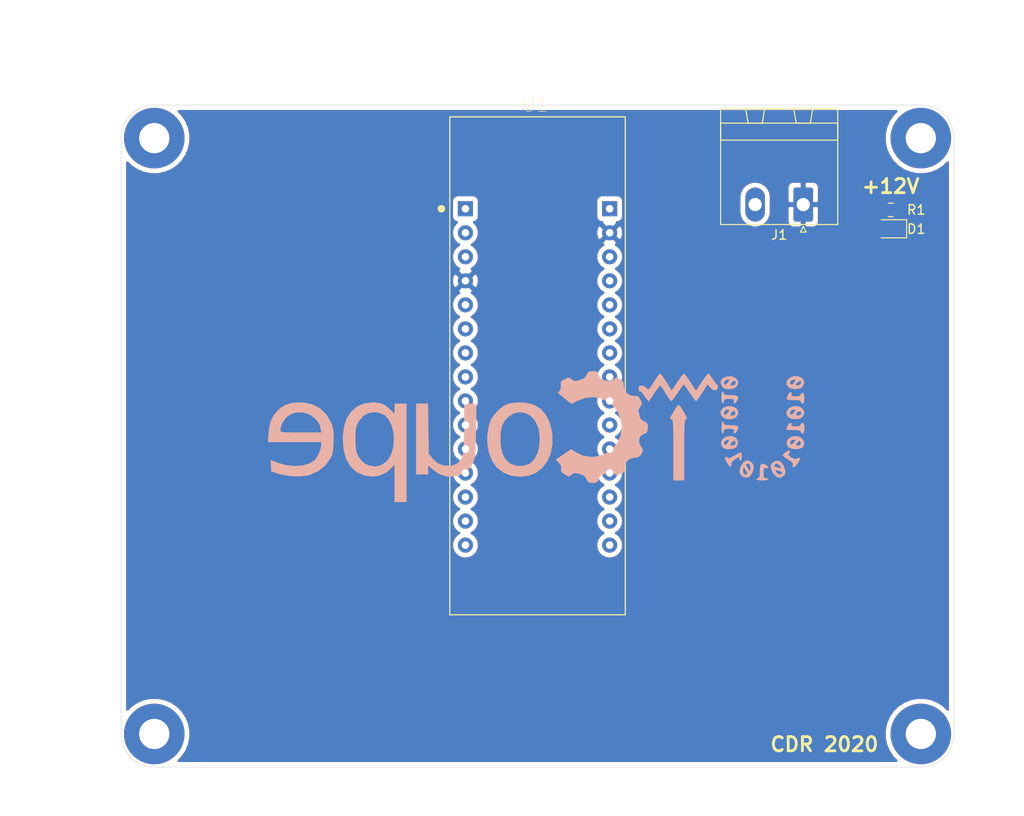
<source format=kicad_pcb>
(kicad_pcb (version 20171130) (host pcbnew "(5.1.4)-1")

  (general
    (thickness 1.6)
    (drawings 14)
    (tracks 0)
    (zones 0)
    (modules 9)
    (nets 32)
  )

  (page A4)
  (layers
    (0 F.Cu signal)
    (31 B.Cu signal)
    (32 B.Adhes user)
    (33 F.Adhes user)
    (34 B.Paste user)
    (35 F.Paste user)
    (36 B.SilkS user)
    (37 F.SilkS user)
    (38 B.Mask user)
    (39 F.Mask user)
    (40 Dwgs.User user)
    (41 Cmts.User user)
    (42 Eco1.User user)
    (43 Eco2.User user)
    (44 Edge.Cuts user)
    (45 Margin user)
    (46 B.CrtYd user)
    (47 F.CrtYd user)
    (48 B.Fab user hide)
    (49 F.Fab user hide)
  )

  (setup
    (last_trace_width 0.25)
    (trace_clearance 0.2)
    (zone_clearance 0.508)
    (zone_45_only no)
    (trace_min 0.2)
    (via_size 0.8)
    (via_drill 0.4)
    (via_min_size 0.4)
    (via_min_drill 0.3)
    (uvia_size 0.3)
    (uvia_drill 0.1)
    (uvias_allowed no)
    (uvia_min_size 0.2)
    (uvia_min_drill 0.1)
    (edge_width 0.05)
    (segment_width 0.2)
    (pcb_text_width 0.3)
    (pcb_text_size 1.5 1.5)
    (mod_edge_width 0.12)
    (mod_text_size 1 1)
    (mod_text_width 0.15)
    (pad_size 6.4 6.4)
    (pad_drill 3.2)
    (pad_to_mask_clearance 0.051)
    (solder_mask_min_width 0.25)
    (aux_axis_origin 0 0)
    (visible_elements 7FFFEFFF)
    (pcbplotparams
      (layerselection 0x010fc_ffffffff)
      (usegerberextensions false)
      (usegerberattributes false)
      (usegerberadvancedattributes false)
      (creategerberjobfile false)
      (excludeedgelayer true)
      (linewidth 0.100000)
      (plotframeref false)
      (viasonmask false)
      (mode 1)
      (useauxorigin false)
      (hpglpennumber 1)
      (hpglpenspeed 20)
      (hpglpendiameter 15.000000)
      (psnegative false)
      (psa4output false)
      (plotreference true)
      (plotvalue true)
      (plotinvisibletext false)
      (padsonsilk false)
      (subtractmaskfromsilk false)
      (outputformat 1)
      (mirror false)
      (drillshape 1)
      (scaleselection 1)
      (outputdirectory ""))
  )

  (net 0 "")
  (net 1 +5VL)
  (net 2 "Net-(D1-Pad1)")
  (net 3 +12V)
  (net 4 GND)
  (net 5 "Net-(U1-Pad23)")
  (net 6 "Net-(U1-Pad26)")
  (net 7 "Net-(U1-Pad15)")
  (net 8 "Net-(U1-Pad24)")
  (net 9 "Net-(U1-Pad16)")
  (net 10 "Net-(U1-Pad20)")
  (net 11 "Net-(U1-Pad14)")
  (net 12 "Net-(U1-Pad17)")
  (net 13 "Net-(U1-Pad18)")
  (net 14 "Net-(U1-Pad19)")
  (net 15 "Net-(U1-Pad21)")
  (net 16 "Net-(U1-Pad22)")
  (net 17 "Net-(U1-Pad30)")
  (net 18 "Net-(U1-Pad28)")
  (net 19 "Net-(U1-Pad10)")
  (net 20 "Net-(U1-Pad2)")
  (net 21 "Net-(U1-Pad11)")
  (net 22 "Net-(U1-Pad3)")
  (net 23 "Net-(U1-Pad7)")
  (net 24 "Net-(U1-Pad1)")
  (net 25 "Net-(U1-Pad6)")
  (net 26 "Net-(U1-Pad8)")
  (net 27 "Net-(U1-Pad9)")
  (net 28 "Net-(U1-Pad13)")
  (net 29 "Net-(U1-Pad12)")
  (net 30 "Net-(U1-Pad25)")
  (net 31 "Net-(U1-Pad5)")

  (net_class Default "This is the default net class."
    (clearance 0.2)
    (trace_width 0.25)
    (via_dia 0.8)
    (via_drill 0.4)
    (uvia_dia 0.3)
    (uvia_drill 0.1)
    (add_net +12V)
    (add_net +5VL)
    (add_net GND)
    (add_net "Net-(D1-Pad1)")
    (add_net "Net-(U1-Pad1)")
    (add_net "Net-(U1-Pad10)")
    (add_net "Net-(U1-Pad11)")
    (add_net "Net-(U1-Pad12)")
    (add_net "Net-(U1-Pad13)")
    (add_net "Net-(U1-Pad14)")
    (add_net "Net-(U1-Pad15)")
    (add_net "Net-(U1-Pad16)")
    (add_net "Net-(U1-Pad17)")
    (add_net "Net-(U1-Pad18)")
    (add_net "Net-(U1-Pad19)")
    (add_net "Net-(U1-Pad2)")
    (add_net "Net-(U1-Pad20)")
    (add_net "Net-(U1-Pad21)")
    (add_net "Net-(U1-Pad22)")
    (add_net "Net-(U1-Pad23)")
    (add_net "Net-(U1-Pad24)")
    (add_net "Net-(U1-Pad25)")
    (add_net "Net-(U1-Pad26)")
    (add_net "Net-(U1-Pad28)")
    (add_net "Net-(U1-Pad3)")
    (add_net "Net-(U1-Pad30)")
    (add_net "Net-(U1-Pad5)")
    (add_net "Net-(U1-Pad6)")
    (add_net "Net-(U1-Pad7)")
    (add_net "Net-(U1-Pad8)")
    (add_net "Net-(U1-Pad9)")
  )

  (module villanut_lib:logo_UTCoupe_Big (layer B.Cu) (tedit 5DA64063) (tstamp 5DE1FEBF)
    (at 94 85 180)
    (fp_text reference G*** (at 0 0) (layer B.Fab) hide
      (effects (font (size 1.524 1.524) (thickness 0.3)) (justify mirror))
    )
    (fp_text value LOGO (at 0.75 0) (layer B.Fab) hide
      (effects (font (size 1.524 1.524) (thickness 0.3)) (justify mirror))
    )
    (fp_poly (pts (xy -20.021059 6.298361) (xy -19.594347 6.132131) (xy -19.371334 5.853613) (xy -19.371299 5.499207)
      (xy -19.479413 5.275703) (xy -19.673411 5.060844) (xy -19.942528 4.968186) (xy -20.239745 4.953)
      (xy -20.718967 5.014605) (xy -21.009022 5.196527) (xy -21.188096 5.533449) (xy -21.17245 5.672667)
      (xy -20.955 5.672667) (xy -20.865719 5.423769) (xy -20.586246 5.33468) (xy -20.548365 5.334)
      (xy -20.38725 5.370241) (xy -20.414292 5.523899) (xy -20.447 5.588) (xy -20.622586 5.780379)
      (xy -20.817524 5.837679) (xy -20.943521 5.745186) (xy -20.955 5.672667) (xy -21.17245 5.672667)
      (xy -21.151921 5.855332) (xy -21.14836 5.859744) (xy -20.243874 5.859744) (xy -20.113549 5.644979)
      (xy -19.914255 5.454794) (xy -19.749662 5.45621) (xy -19.692187 5.625772) (xy -19.727651 5.769964)
      (xy -19.90265 5.933324) (xy -20.064942 5.969) (xy -20.236414 5.953081) (xy -20.243874 5.859744)
      (xy -21.14836 5.859744) (xy -20.937851 6.120517) (xy -20.58324 6.287346) (xy -20.12544 6.31416)
      (xy -20.021059 6.298361)) (layer B.SilkS) (width 0.01))
    (fp_poly (pts (xy -26.759749 6.226963) (xy -26.475713 6.021349) (xy -26.31468 5.752427) (xy -26.320465 5.451365)
      (xy -26.521251 5.163184) (xy -26.850479 5.001268) (xy -27.279104 4.95344) (xy -27.696226 5.018028)
      (xy -27.983817 5.185251) (xy -28.172652 5.542543) (xy -28.161215 5.64291) (xy -27.881262 5.64291)
      (xy -27.803617 5.513194) (xy -27.606937 5.370972) (xy -27.406292 5.339424) (xy -27.305623 5.43267)
      (xy -27.305 5.44545) (xy -27.401836 5.632914) (xy -27.610397 5.771733) (xy -27.807765 5.781506)
      (xy -27.813604 5.778127) (xy -27.881262 5.64291) (xy -28.161215 5.64291) (xy -28.136506 5.859744)
      (xy -27.228874 5.859744) (xy -27.098549 5.644979) (xy -26.899255 5.454794) (xy -26.734662 5.45621)
      (xy -26.677187 5.625772) (xy -26.712651 5.769964) (xy -26.88765 5.933324) (xy -27.049942 5.969)
      (xy -27.221414 5.953081) (xy -27.228874 5.859744) (xy -28.136506 5.859744) (xy -28.132328 5.896399)
      (xy -27.911742 6.152299) (xy -27.521577 6.323605) (xy -27.122975 6.338104) (xy -26.759749 6.226963)) (layer B.SilkS) (width 0.01))
    (fp_poly (pts (xy -17.931569 6.505286) (xy -17.722998 6.24192) (xy -17.453199 5.863065) (xy -17.341758 5.697911)
      (xy -16.739249 4.791822) (xy -16.148375 5.695774) (xy -15.869725 6.106481) (xy -15.63749 6.420203)
      (xy -15.48927 6.587211) (xy -15.463263 6.601863) (xy -15.354856 6.504213) (xy -15.147352 6.242001)
      (xy -14.878765 5.86448) (xy -14.772495 5.706902) (xy -14.175964 4.809804) (xy -13.614552 5.706902)
      (xy -13.345715 6.118078) (xy -13.119791 6.430072) (xy -12.97439 6.592097) (xy -12.95023 6.604)
      (xy -12.840367 6.503592) (xy -12.636887 6.235997) (xy -12.377138 5.851662) (xy -12.278314 5.696461)
      (xy -12.000051 5.259845) (xy -11.819602 5.010529) (xy -11.70255 4.918947) (xy -11.614478 4.955536)
      (xy -11.539105 5.061461) (xy -11.25614 5.291481) (xy -11.018451 5.334) (xy -10.760516 5.292352)
      (xy -10.672718 5.121118) (xy -10.668 5.0165) (xy -10.734241 4.761143) (xy -10.8585 4.699)
      (xy -11.027703 4.644781) (xy -11.049 4.598953) (xy -11.123839 4.448037) (xy -11.311912 4.18741)
      (xy -11.403902 4.073791) (xy -11.758803 3.648677) (xy -12.307819 4.491339) (xy -12.576865 4.886567)
      (xy -12.800253 5.182421) (xy -12.938411 5.327377) (xy -12.955022 5.334001) (xy -13.06243 5.232631)
      (xy -13.256755 4.9646) (xy -13.499324 4.584025) (xy -13.543355 4.510719) (xy -13.789861 4.115889)
      (xy -13.994015 3.823787) (xy -14.117406 3.688676) (xy -14.127738 3.685219) (xy -14.236302 3.782799)
      (xy -14.443703 4.044737) (xy -14.711703 4.421559) (xy -14.813121 4.572) (xy -15.087071 4.976706)
      (xy -15.304951 5.28497) (xy -15.431614 5.447588) (xy -15.448121 5.461) (xy -15.533309 5.362913)
      (xy -15.722376 5.101453) (xy -15.980174 4.725823) (xy -16.083121 4.572) (xy -16.361139 4.166806)
      (xy -16.588867 3.858729) (xy -16.729151 3.697156) (xy -16.750883 3.684358) (xy -16.849886 3.784393)
      (xy -17.046705 4.049604) (xy -17.304712 4.42967) (xy -17.399 4.574771) (xy -17.9705 5.463825)
      (xy -18.229271 5.144913) (xy -18.513206 4.897929) (xy -18.784973 4.82192) (xy -18.983751 4.916992)
      (xy -19.05 5.1435) (xy -19.017339 5.382415) (xy -18.95475 5.461228) (xy -18.839204 5.559869)
      (xy -18.644829 5.812905) (xy -18.498589 6.032728) (xy -18.279902 6.352477) (xy -18.106098 6.559797)
      (xy -18.040972 6.604001) (xy -17.931569 6.505286)) (layer B.SilkS) (width 0.01))
    (fp_poly (pts (xy -19.485554 4.58478) (xy -19.439571 4.292737) (xy -19.431 4.064) (xy -19.453845 3.701769)
      (xy -19.512253 3.471853) (xy -19.558 3.429) (xy -19.661186 3.535369) (xy -19.685 3.683)
      (xy -19.723258 3.843034) (xy -19.881388 3.917853) (xy -20.224423 3.936976) (xy -20.244611 3.937)
      (xy -20.588607 3.923872) (xy -20.737261 3.864528) (xy -20.748707 3.729026) (xy -20.737799 3.683)
      (xy -20.731805 3.471494) (xy -20.841177 3.452699) (xy -21.015494 3.626892) (xy -21.051451 3.681277)
      (xy -21.206692 3.992974) (xy -21.183681 4.186623) (xy -20.959166 4.286718) (xy -20.509896 4.317751)
      (xy -20.447 4.318) (xy -20.004542 4.332631) (xy -19.766988 4.384493) (xy -19.686503 4.485547)
      (xy -19.685 4.5085) (xy -19.616424 4.677508) (xy -19.558 4.699) (xy -19.485554 4.58478)) (layer B.SilkS) (width 0.01))
    (fp_poly (pts (xy -26.643984 4.602396) (xy -26.472384 4.375584) (xy -26.359486 4.09575) (xy -26.32643 3.93837)
      (xy -26.385084 3.852861) (xy -26.587688 3.817365) (xy -26.986481 3.810027) (xy -27.042442 3.81)
      (xy -27.487711 3.795656) (xy -27.727981 3.744747) (xy -27.811045 3.645458) (xy -27.813 3.6195)
      (xy -27.91466 3.451128) (xy -28.0035 3.429) (xy -28.129062 3.503793) (xy -28.186255 3.758105)
      (xy -28.194 4.0005) (xy -28.16907 4.377184) (xy -28.084299 4.548763) (xy -28.0035 4.572)
      (xy -27.835128 4.470341) (xy -27.813 4.3815) (xy -27.731303 4.25063) (xy -27.458784 4.195329)
      (xy -27.291413 4.191) (xy -26.958896 4.21106) (xy -26.832085 4.283952) (xy -26.841366 4.377433)
      (xy -26.847675 4.577013) (xy -26.805844 4.630035) (xy -26.643984 4.602396)) (layer B.SilkS) (width 0.01))
    (fp_poly (pts (xy -20.023297 3.148839) (xy -19.658362 3.004491) (xy -19.558 2.921) (xy -19.342194 2.627072)
      (xy -19.344644 2.34192) (xy -19.501702 2.060259) (xy -19.782398 1.854726) (xy -20.186271 1.76785)
      (xy -20.610127 1.803078) (xy -20.950773 1.963855) (xy -20.998817 2.010251) (xy -21.16601 2.301284)
      (xy -21.171819 2.329629) (xy -20.911016 2.329629) (xy -20.733592 2.185864) (xy -20.562037 2.159)
      (xy -20.390008 2.193516) (xy -20.411371 2.342767) (xy -20.447 2.413) (xy -20.635946 2.636934)
      (xy -20.819278 2.624572) (xy -20.8915 2.54) (xy -20.911016 2.329629) (xy -21.171819 2.329629)
      (xy -21.209 2.511049) (xy -21.146307 2.684744) (xy -20.243874 2.684744) (xy -20.113549 2.469979)
      (xy -19.914255 2.279794) (xy -19.749662 2.28121) (xy -19.692187 2.450772) (xy -19.727651 2.594964)
      (xy -19.90265 2.758324) (xy -20.064942 2.794) (xy -20.236414 2.778081) (xy -20.243874 2.684744)
      (xy -21.146307 2.684744) (xy -21.098651 2.816777) (xy -20.815927 3.036984) (xy -20.433314 3.153671)
      (xy -20.023297 3.148839)) (layer B.SilkS) (width 0.01))
    (fp_poly (pts (xy -26.759749 3.051963) (xy -26.475713 2.846349) (xy -26.31468 2.577427) (xy -26.320465 2.276365)
      (xy -26.521251 1.988184) (xy -26.850479 1.826268) (xy -27.279104 1.77844) (xy -27.696226 1.843028)
      (xy -27.983817 2.010251) (xy -28.172652 2.367543) (xy -28.163012 2.452142) (xy -27.88418 2.452142)
      (xy -27.797665 2.27078) (xy -27.597398 2.163164) (xy -27.545413 2.159) (xy -27.346434 2.208092)
      (xy -27.305 2.27045) (xy -27.399465 2.453803) (xy -27.602356 2.59629) (xy -27.792918 2.615304)
      (xy -27.801891 2.610367) (xy -27.88418 2.452142) (xy -28.163012 2.452142) (xy -28.136506 2.684744)
      (xy -27.228874 2.684744) (xy -27.098549 2.469979) (xy -26.899255 2.279794) (xy -26.734662 2.28121)
      (xy -26.677187 2.450772) (xy -26.712651 2.594964) (xy -26.88765 2.758324) (xy -27.049942 2.794)
      (xy -27.221414 2.778081) (xy -27.228874 2.684744) (xy -28.136506 2.684744) (xy -28.132328 2.721399)
      (xy -27.911742 2.977299) (xy -27.521577 3.148605) (xy -27.122975 3.163104) (xy -26.759749 3.051963)) (layer B.SilkS) (width 0.01))
    (fp_poly (pts (xy -19.485554 1.40978) (xy -19.439571 1.117737) (xy -19.431 0.889) (xy -19.453845 0.526769)
      (xy -19.512253 0.296853) (xy -19.558 0.254) (xy -19.661186 0.360369) (xy -19.685 0.508)
      (xy -19.723258 0.668034) (xy -19.881388 0.742853) (xy -20.224423 0.761976) (xy -20.244611 0.762)
      (xy -20.588607 0.748872) (xy -20.737261 0.689528) (xy -20.748707 0.554026) (xy -20.737799 0.508)
      (xy -20.731805 0.296494) (xy -20.841177 0.277699) (xy -21.015494 0.451892) (xy -21.051451 0.506277)
      (xy -21.206692 0.817974) (xy -21.183681 1.011623) (xy -20.959166 1.111718) (xy -20.509896 1.142751)
      (xy -20.447 1.143) (xy -20.004542 1.157631) (xy -19.766988 1.209493) (xy -19.686503 1.310547)
      (xy -19.685 1.3335) (xy -19.616424 1.502508) (xy -19.558 1.524) (xy -19.485554 1.40978)) (layer B.SilkS) (width 0.01))
    (fp_poly (pts (xy -26.566109 1.292645) (xy -26.401533 1.050432) (xy -26.298413 0.776645) (xy -26.289 0.690233)
      (xy -26.404417 0.661098) (xy -26.704401 0.641084) (xy -27.051 0.635) (xy -27.493459 0.62037)
      (xy -27.731013 0.568508) (xy -27.811498 0.467454) (xy -27.813 0.4445) (xy -27.91466 0.276128)
      (xy -28.0035 0.254) (xy -28.129062 0.328793) (xy -28.186255 0.583105) (xy -28.194 0.8255)
      (xy -28.16907 1.202184) (xy -28.084299 1.373763) (xy -28.0035 1.397) (xy -27.835128 1.295341)
      (xy -27.813 1.2065) (xy -27.731303 1.07563) (xy -27.458784 1.020329) (xy -27.291413 1.016)
      (xy -26.960012 1.03537) (xy -26.832971 1.106962) (xy -26.842927 1.2065) (xy -26.822982 1.370186)
      (xy -26.726371 1.397) (xy -26.566109 1.292645)) (layer B.SilkS) (width 0.01))
    (fp_poly (pts (xy -19.921437 -0.081213) (xy -19.575099 -0.295582) (xy -19.39455 -0.5992) (xy -19.41645 -0.948162)
      (xy -19.488402 -1.088016) (xy -19.681604 -1.295144) (xy -19.960033 -1.383773) (xy -20.239745 -1.397)
      (xy -20.734961 -1.329936) (xy -20.998817 -1.164749) (xy -21.182185 -0.812099) (xy -21.17005 -0.677333)
      (xy -20.955 -0.677333) (xy -20.865719 -0.926231) (xy -20.586246 -1.01532) (xy -20.548365 -1.016)
      (xy -20.38725 -0.979759) (xy -20.414292 -0.826101) (xy -20.447 -0.762) (xy -20.622586 -0.569621)
      (xy -20.817524 -0.512321) (xy -20.943521 -0.604814) (xy -20.955 -0.677333) (xy -21.17005 -0.677333)
      (xy -21.151397 -0.470181) (xy -20.230861 -0.470181) (xy -20.125975 -0.685937) (xy -20.118536 -0.697409)
      (xy -19.915685 -0.909435) (xy -19.753938 -0.915729) (xy -19.685091 -0.715432) (xy -19.685 -0.704592)
      (xy -19.79479 -0.520456) (xy -20.055327 -0.398576) (xy -20.206315 -0.381) (xy -20.230861 -0.470181)
      (xy -21.151397 -0.470181) (xy -21.150631 -0.461679) (xy -20.936131 -0.175363) (xy -20.570659 -0.015026)
      (xy -20.396901 0) (xy -19.921437 -0.081213)) (layer B.SilkS) (width 0.01))
    (fp_poly (pts (xy -26.803911 -0.084994) (xy -26.486496 -0.304381) (xy -26.32166 -0.604766) (xy -26.341806 -0.932756)
      (xy -26.521251 -1.186816) (xy -26.835052 -1.339007) (xy -27.258219 -1.39379) (xy -27.67846 -1.350356)
      (xy -27.983484 -1.207896) (xy -27.994429 -1.197428) (xy -28.17339 -0.8769) (xy -28.162564 -0.762)
      (xy -27.813 -0.762) (xy -27.723198 -0.974256) (xy -27.559 -1.016) (xy -27.352477 -0.973367)
      (xy -27.305 -0.9144) (xy -27.396485 -0.731054) (xy -27.586533 -0.556789) (xy -27.711401 -0.508)
      (xy -27.79401 -0.614581) (xy -27.813 -0.762) (xy -28.162564 -0.762) (xy -28.141918 -0.542887)
      (xy -28.097641 -0.480407) (xy -27.232946 -0.480407) (xy -27.088679 -0.688515) (xy -26.881044 -0.870985)
      (xy -26.722795 -0.865745) (xy -26.681375 -0.692251) (xy -26.712651 -0.580036) (xy -26.887484 -0.417317)
      (xy -27.052944 -0.381) (xy -27.227616 -0.39474) (xy -27.232946 -0.480407) (xy -28.097641 -0.480407)
      (xy -27.934302 -0.249922) (xy -27.584832 -0.052538) (xy -27.2415 0) (xy -26.803911 -0.084994)) (layer B.SilkS) (width 0.01))
    (fp_poly (pts (xy -21.374746 -1.764759) (xy -21.090902 -1.894941) (xy -20.802929 -2.059494) (xy -20.417816 -2.276578)
      (xy -20.187987 -2.349494) (xy -20.06968 -2.291862) (xy -20.067505 -2.288433) (xy -19.906388 -2.189729)
      (xy -19.832579 -2.209781) (xy -19.796068 -2.374608) (xy -19.940009 -2.70326) (xy -19.958164 -2.734458)
      (xy -20.193901 -3.089932) (xy -20.367999 -3.264259) (xy -20.457275 -3.235345) (xy -20.461625 -3.214245)
      (xy -20.465955 -3.004134) (xy -20.461243 -2.921) (xy -20.550198 -2.738462) (xy -20.790727 -2.513542)
      (xy -20.891118 -2.443582) (xy -21.171702 -2.268968) (xy -21.299408 -2.229329) (xy -21.334433 -2.321383)
      (xy -21.336 -2.419327) (xy -21.384706 -2.595666) (xy -21.463 -2.6035) (xy -21.551593 -2.431227)
      (xy -21.588831 -2.139879) (xy -21.566909 -1.86062) (xy -21.514123 -1.744456) (xy -21.374746 -1.764759)) (layer B.SilkS) (width 0.01))
    (fp_poly (pts (xy -26.379836 -1.597304) (xy -26.138892 -1.764246) (xy -25.951789 -1.945372) (xy -25.908 -2.033847)
      (xy -26.008687 -2.157326) (xy -26.266847 -2.350125) (xy -26.483487 -2.48555) (xy -26.831428 -2.715657)
      (xy -26.982864 -2.898045) (xy -26.982929 -3.062404) (xy -26.962545 -3.270473) (xy -27.062682 -3.306957)
      (xy -27.238683 -3.193227) (xy -27.445894 -2.950655) (xy -27.543741 -2.794) (xy -27.705374 -2.4687)
      (xy -27.721816 -2.31266) (xy -27.656027 -2.286) (xy -27.409786 -2.36829) (xy -27.361408 -2.407392)
      (xy -27.168524 -2.428091) (xy -26.836396 -2.272972) (xy -26.808061 -2.255291) (xy -26.574019 -2.076989)
      (xy -26.499893 -1.954417) (xy -26.523054 -1.932815) (xy -26.640328 -1.808398) (xy -26.666326 -1.628412)
      (xy -26.585462 -1.525035) (xy -26.571259 -1.524) (xy -26.379836 -1.597304)) (layer B.SilkS) (width 0.01))
    (fp_poly (pts (xy 25.94255 3.498254) (xy 26.603546 3.310734) (xy 27.168107 2.968927) (xy 27.411378 2.755814)
      (xy 27.885904 2.199656) (xy 28.196832 1.571534) (xy 28.371704 0.805764) (xy 28.416119 0.359652)
      (xy 28.484294 -0.635) (xy 22.86 -0.635) (xy 22.862789 -0.98425) (xy 22.941547 -1.413805)
      (xy 23.136313 -1.910302) (xy 23.393359 -2.354677) (xy 23.576961 -2.566906) (xy 24.150596 -2.918192)
      (xy 24.882358 -3.121176) (xy 25.721327 -3.171831) (xy 26.616582 -3.066129) (xy 27.3433 -2.864801)
      (xy 28.207101 -2.559959) (xy 28.1688 -3.153229) (xy 28.1305 -3.7465) (xy 27.435465 -3.976928)
      (xy 26.716876 -4.152768) (xy 25.910609 -4.250486) (xy 25.107985 -4.266213) (xy 24.400321 -4.19608)
      (xy 24.083 -4.118971) (xy 23.167794 -3.707429) (xy 22.434804 -3.119561) (xy 21.885744 -2.356917)
      (xy 21.703726 -1.9685) (xy 21.634577 -1.673013) (xy 21.580146 -1.204526) (xy 21.548576 -0.643954)
      (xy 21.543987 -0.381) (xy 21.553576 0.25957) (xy 21.564875 0.381) (xy 22.830375 0.381)
      (xy 25.004187 0.381) (xy 25.793215 0.381934) (xy 26.363683 0.387748) (xy 26.751029 0.402966)
      (xy 26.990693 0.43211) (xy 27.118114 0.479702) (xy 27.168732 0.550265) (xy 27.177985 0.648322)
      (xy 27.178 0.658404) (xy 27.123658 0.939413) (xy 26.986857 1.320361) (xy 26.916366 1.47627)
      (xy 26.536423 1.997808) (xy 26.018131 2.345124) (xy 25.411976 2.513872) (xy 24.768441 2.499708)
      (xy 24.138009 2.298286) (xy 23.571166 1.905262) (xy 23.444004 1.775118) (xy 23.186454 1.462714)
      (xy 23.019914 1.208296) (xy 22.985265 1.110885) (xy 22.952502 0.866216) (xy 22.906953 0.66675)
      (xy 22.830375 0.381) (xy 21.564875 0.381) (xy 21.59732 0.729649) (xy 21.687819 1.11183)
      (xy 21.824864 1.4605) (xy 22.320832 2.290632) (xy 22.965295 2.915293) (xy 23.752585 3.33088)
      (xy 24.677034 3.533789) (xy 25.118329 3.55476) (xy 25.94255 3.498254)) (layer B.SilkS) (width 0.01))
    (fp_poly (pts (xy 7.747708 0.98425) (xy 7.754736 0.187189) (xy 7.773852 -0.553101) (xy 7.802804 -1.187151)
      (xy 7.839341 -1.66549) (xy 7.88062 -1.93654) (xy 8.130703 -2.532472) (xy 8.504454 -2.91743)
      (xy 9.028051 -3.114986) (xy 9.218598 -3.141265) (xy 9.96228 -3.108323) (xy 10.588526 -2.851597)
      (xy 11.108105 -2.366577) (xy 11.127508 -2.341465) (xy 11.4935 -1.861979) (xy 11.534445 0.783511)
      (xy 11.57539 3.429) (xy 12.827 3.429) (xy 12.827 -4.064) (xy 11.557 -4.064)
      (xy 11.557 -3.087328) (xy 11.072041 -3.548658) (xy 10.401094 -4.020664) (xy 9.639052 -4.267822)
      (xy 8.828073 -4.281525) (xy 8.211208 -4.132751) (xy 7.573978 -3.794705) (xy 7.082175 -3.273226)
      (xy 6.811961 -2.794) (xy 6.723954 -2.583642) (xy 6.656399 -2.355101) (xy 6.6058 -2.070381)
      (xy 6.568663 -1.691489) (xy 6.541493 -1.180428) (xy 6.520795 -0.499206) (xy 6.503074 0.390172)
      (xy 6.499466 0.60325) (xy 6.452506 3.429) (xy 7.747 3.429) (xy 7.747708 0.98425)) (layer B.SilkS) (width 0.01))
    (fp_poly (pts (xy 2.541865 3.520022) (xy 3.133892 3.397982) (xy 3.629109 3.159696) (xy 4.102543 2.77693)
      (xy 4.261623 2.619393) (xy 4.671664 2.151894) (xy 4.935954 1.71073) (xy 5.118873 1.194542)
      (xy 5.302978 0.189005) (xy 5.306023 -0.813716) (xy 5.137537 -1.763138) (xy 4.80705 -2.608774)
      (xy 4.324093 -3.300139) (xy 4.257375 -3.369309) (xy 3.574186 -3.879236) (xy 2.762734 -4.19628)
      (xy 1.873844 -4.307677) (xy 0.95834 -4.200663) (xy 0.9525 -4.199246) (xy 0.160526 -3.883156)
      (xy -0.502653 -3.368291) (xy -1.022021 -2.68297) (xy -1.382559 -1.855509) (xy -1.569251 -0.914227)
      (xy -1.567759 -0.208614) (xy -0.237028 -0.208614) (xy -0.188064 -1.029108) (xy -0.005215 -1.771435)
      (xy 0.297868 -2.388872) (xy 0.707534 -2.834694) (xy 0.915244 -2.963079) (xy 1.512268 -3.144437)
      (xy 2.149909 -3.154777) (xy 2.729792 -2.997717) (xy 2.922921 -2.88925) (xy 3.370523 -2.4769)
      (xy 3.67705 -1.927454) (xy 3.857253 -1.205954) (xy 3.918427 -0.529768) (xy 3.901576 0.35731)
      (xy 3.756556 1.060482) (xy 3.469723 1.622553) (xy 3.105971 2.019818) (xy 2.5258 2.386788)
      (xy 1.920365 2.523194) (xy 1.32665 2.444726) (xy 0.781637 2.167075) (xy 0.322309 1.705931)
      (xy -0.014351 1.076984) (xy -0.138455 0.643323) (xy -0.237028 -0.208614) (xy -1.567759 -0.208614)
      (xy -1.567079 0.11256) (xy -1.522093 0.467011) (xy -1.267276 1.477342) (xy -0.85453 2.291814)
      (xy -0.287266 2.90724) (xy 0.431109 3.320431) (xy 1.297187 3.528198) (xy 1.778 3.554052)
      (xy 2.541865 3.520022)) (layer B.SilkS) (width 0.01))
    (fp_poly (pts (xy -22.004697 -2.592805) (xy -21.744732 -2.782672) (xy -21.510716 -3.125271) (xy -21.361116 -3.521421)
      (xy -21.336 -3.727143) (xy -21.44625 -4.081996) (xy -21.724372 -4.326227) (xy -22.09143 -4.40922)
      (xy -22.322923 -4.359999) (xy -22.522366 -4.175317) (xy -22.654214 -3.940237) (xy -22.155787 -3.940237)
      (xy -22.14327 -4.044219) (xy -21.986035 -4.063984) (xy -21.974262 -4.064) (xy -21.786325 -4.005532)
      (xy -21.719887 -3.786243) (xy -21.717 -3.683) (xy -21.734483 -3.415268) (xy -21.776594 -3.302021)
      (xy -21.777239 -3.302) (xy -21.869811 -3.402416) (xy -22.015994 -3.64771) (xy -22.0345 -3.683)
      (xy -22.155787 -3.940237) (xy -22.654214 -3.940237) (xy -22.709496 -3.841673) (xy -22.834908 -3.461382)
      (xy -22.853626 -3.302) (xy -22.479 -3.302) (xy -22.461518 -3.569731) (xy -22.419407 -3.682978)
      (xy -22.418762 -3.683) (xy -22.32619 -3.582583) (xy -22.180007 -3.337289) (xy -22.1615 -3.302)
      (xy -22.040214 -3.044762) (xy -22.052731 -2.94078) (xy -22.209966 -2.921015) (xy -22.221739 -2.921)
      (xy -22.409676 -2.979467) (xy -22.476114 -3.198756) (xy -22.479 -3.302) (xy -22.853626 -3.302)
      (xy -22.86 -3.247734) (xy -22.75228 -2.934438) (xy -22.49031 -2.686638) (xy -22.165877 -2.574619)
      (xy -22.004697 -2.592805)) (layer B.SilkS) (width 0.01))
    (fp_poly (pts (xy -25.06011 -2.66073) (xy -24.934692 -2.732455) (xy -24.7191 -2.915985) (xy -24.655545 -3.141728)
      (xy -24.682622 -3.409737) (xy -24.848541 -3.861906) (xy -25.085295 -4.15925) (xy -25.340787 -4.363876)
      (xy -25.527644 -4.421841) (xy -25.76465 -4.357919) (xy -25.858667 -4.320546) (xy -26.128178 -4.09703)
      (xy -26.167341 -3.86317) (xy -25.849062 -3.86317) (xy -25.790185 -4.00356) (xy -25.608405 -4.064)
      (xy -25.386163 -3.981625) (xy -25.2984 -3.9116) (xy -25.157772 -3.709834) (xy -25.202967 -3.609043)
      (xy -25.3365 -3.623485) (xy -25.636531 -3.717576) (xy -25.72555 -3.745603) (xy -25.849062 -3.86317)
      (xy -26.167341 -3.86317) (xy -26.189593 -3.730301) (xy -26.089831 -3.386719) (xy -25.748367 -3.386719)
      (xy -25.677363 -3.412908) (xy -25.594888 -3.384757) (xy -25.307447 -3.311506) (xy -25.199113 -3.302)
      (xy -25.039808 -3.200114) (xy -25.019 -3.1115) (xy -25.106417 -2.952965) (xy -25.308332 -2.932791)
      (xy -25.53424 -3.039371) (xy -25.664307 -3.194257) (xy -25.748367 -3.386719) (xy -26.089831 -3.386719)
      (xy -26.042431 -3.223476) (xy -26.031694 -3.199205) (xy -25.758619 -2.771686) (xy -25.434136 -2.59193)
      (xy -25.06011 -2.66073)) (layer B.SilkS) (width 0.01))
    (fp_poly (pts (xy -14.774801 3.205731) (xy -14.604808 2.954122) (xy -14.431619 2.661717) (xy -14.173891 2.225579)
      (xy -14.032489 1.96342) (xy -13.993827 1.83096) (xy -14.04432 1.783913) (xy -14.1605 1.778)
      (xy -14.219483 1.749368) (xy -14.265152 1.645043) (xy -14.299132 1.437383) (xy -14.32305 1.098746)
      (xy -14.338531 0.601491) (xy -14.347203 -0.082024) (xy -14.35069 -0.979441) (xy -14.351 -1.4605)
      (xy -14.351 -4.699) (xy -15.494 -4.699) (xy -15.494 -1.4605) (xy -15.495564 -0.460535)
      (xy -15.501379 0.313383) (xy -15.513137 0.889192) (xy -15.532528 1.294834) (xy -15.561239 1.558246)
      (xy -15.600963 1.707371) (xy -15.653387 1.770146) (xy -15.689854 1.778) (xy -15.779302 1.821941)
      (xy -15.747931 1.982128) (xy -15.585145 2.301111) (xy -15.539592 2.38125) (xy -15.251299 2.883365)
      (xy -15.05586 3.181031) (xy -14.911089 3.284927) (xy -14.774801 3.205731)) (layer B.SilkS) (width 0.01))
    (fp_poly (pts (xy -23.623269 -2.94971) (xy -23.524682 -3.175901) (xy -23.495211 -3.623256) (xy -23.495 -3.683)
      (xy -23.48037 -4.125458) (xy -23.428508 -4.363012) (xy -23.327454 -4.443497) (xy -23.3045 -4.445)
      (xy -23.135493 -4.513576) (xy -23.114 -4.572) (xy -23.228221 -4.644446) (xy -23.520264 -4.690429)
      (xy -23.749 -4.699) (xy -24.111232 -4.676155) (xy -24.341148 -4.617747) (xy -24.384 -4.572)
      (xy -24.277632 -4.468814) (xy -24.13 -4.445) (xy -23.969967 -4.406742) (xy -23.895148 -4.248612)
      (xy -23.876025 -3.905577) (xy -23.876 -3.885389) (xy -23.889129 -3.541393) (xy -23.948473 -3.392739)
      (xy -24.083975 -3.381293) (xy -24.13 -3.392201) (xy -24.337026 -3.388474) (xy -24.36776 -3.269079)
      (xy -24.220513 -3.102824) (xy -24.13835 -3.052468) (xy -23.818612 -2.917595) (xy -23.623269 -2.94971)) (layer B.SilkS) (width 0.01))
    (fp_poly (pts (xy -5.485908 6.833608) (xy -5.304123 6.723177) (xy -5.189468 6.481296) (xy -5.045367 6.219225)
      (xy -4.787113 6.043264) (xy -4.465824 5.930076) (xy -4.09576 5.833549) (xy -3.86987 5.828118)
      (xy -3.692567 5.921032) (xy -3.604832 5.995371) (xy -3.418443 6.14068) (xy -3.251466 6.166217)
      (xy -3.000195 6.074058) (xy -2.864384 6.010206) (xy -2.56504 5.844765) (xy -2.449035 5.68348)
      (xy -2.461184 5.443212) (xy -2.467265 5.411929) (xy -2.452346 5.005577) (xy -2.330075 4.804535)
      (xy -2.18853 4.61561) (xy -2.170362 4.533342) (xy -2.287829 4.440012) (xy -2.546175 4.230614)
      (xy -2.889884 3.950149) (xy -2.895907 3.945221) (xy -3.569313 3.394202) (xy -4.273065 3.750268)
      (xy -5.103863 4.044395) (xy -5.930198 4.109062) (xy -6.718026 3.9649) (xy -7.433301 3.63254)
      (xy -8.041981 3.13261) (xy -8.510019 2.485742) (xy -8.803373 1.712565) (xy -8.89 0.952501)
      (xy -8.775008 0.058113) (xy -8.43981 -0.72068) (xy -7.899078 -1.364981) (xy -7.16748 -1.855889)
      (xy -6.51386 -2.108708) (xy -5.68927 -2.220432) (xy -4.85972 -2.094132) (xy -4.079976 -1.738663)
      (xy -4.031595 -1.707357) (xy -3.55469 -1.392528) (xy -2.730931 -1.945146) (xy -1.907172 -2.497763)
      (xy -2.233223 -2.804073) (xy -2.46483 -3.097616) (xy -2.499916 -3.400607) (xy -2.491221 -3.450646)
      (xy -2.482035 -3.692601) (xy -2.608302 -3.877002) (xy -2.883028 -4.062233) (xy -3.179254 -4.226657)
      (xy -3.352475 -4.263526) (xy -3.496868 -4.176998) (xy -3.583294 -4.09315) (xy -3.758517 -3.952932)
      (xy -3.957587 -3.914672) (xy -4.27434 -3.968229) (xy -4.416117 -4.003164) (xy -4.813185 -4.135934)
      (xy -5.043705 -4.317838) (xy -5.171631 -4.553292) (xy -5.312722 -4.817633) (xy -5.509399 -4.930374)
      (xy -5.832516 -4.953) (xy -6.166194 -4.929592) (xy -6.344202 -4.816398) (xy -6.463606 -4.54896)
      (xy -6.47002 -4.529649) (xy -6.585126 -4.268958) (xy -6.764541 -4.110881) (xy -7.087216 -3.998167)
      (xy -7.261168 -3.955931) (xy -7.66614 -3.876781) (xy -7.91355 -3.878783) (xy -8.088042 -3.966583)
      (xy -8.131568 -4.003728) (xy -8.297544 -4.120154) (xy -8.477902 -4.120461) (xy -8.770986 -4.001277)
      (xy -8.815227 -3.980299) (xy -9.110991 -3.816347) (xy -9.222613 -3.65607) (xy -9.204545 -3.416028)
      (xy -9.199318 -3.391745) (xy -9.22993 -2.997979) (xy -9.457118 -2.643839) (xy -9.824116 -2.387225)
      (xy -10.274158 -2.28604) (xy -10.283379 -2.286) (xy -10.63374 -2.240668) (xy -10.86416 -2.057121)
      (xy -10.972717 -1.892441) (xy -11.118264 -1.618244) (xy -11.125105 -1.431986) (xy -10.988063 -1.205539)
      (xy -10.942462 -1.143514) (xy -10.742524 -0.720129) (xy -10.736599 -0.308502) (xy -10.911322 0.026564)
      (xy -11.222052 0.212054) (xy -11.48512 0.319097) (xy -11.609463 0.499317) (xy -11.658263 0.834935)
      (xy -11.661959 1.174466) (xy -11.566095 1.369863) (xy -11.309732 1.528039) (xy -11.245513 1.559057)
      (xy -10.910906 1.779514) (xy -10.794139 2.033123) (xy -10.793056 2.061696) (xy -10.74277 2.374485)
      (xy -10.677536 2.528921) (xy -10.664955 2.776222) (xy -10.828116 3.065631) (xy -10.992132 3.309833)
      (xy -11.022107 3.493512) (xy -10.922497 3.736779) (xy -10.857532 3.858808) (xy -10.673103 4.144191)
      (xy -10.481491 4.249429) (xy -10.232646 4.239334) (xy -9.819895 4.290764) (xy -9.449578 4.519269)
      (xy -9.189287 4.86102) (xy -9.106613 5.252193) (xy -9.111615 5.297921) (xy -9.109059 5.592018)
      (xy -8.958399 5.815852) (xy -8.778241 5.958149) (xy -8.388678 6.235542) (xy -8.036089 5.980521)
      (xy -7.778802 5.825641) (xy -7.534855 5.79115) (xy -7.184004 5.862557) (xy -7.145056 5.873139)
      (xy -6.775345 6.010091) (xy -6.569453 6.206942) (xy -6.468456 6.439389) (xy -6.351211 6.712096)
      (xy -6.180162 6.830817) (xy -5.859523 6.857922) (xy -5.825545 6.858) (xy -5.485908 6.833608)) (layer B.SilkS) (width 0.01))
    (fp_poly (pts (xy 18.352779 3.443698) (xy 19.078758 3.116152) (xy 19.700702 2.561412) (xy 19.704711 2.556736)
      (xy 20.133028 1.922888) (xy 20.410654 1.178974) (xy 20.550626 0.28095) (xy 20.574 -0.379616)
      (xy 20.487121 -1.500832) (xy 20.226337 -2.437204) (xy 19.791426 -3.189228) (xy 19.182166 -3.757398)
      (xy 19.01081 -3.865967) (xy 18.234307 -4.19238) (xy 17.438012 -4.29385) (xy 16.667467 -4.174819)
      (xy 15.968212 -3.83973) (xy 15.598076 -3.533076) (xy 15.113 -3.048) (xy 15.113 -6.985)
      (xy 13.843 -6.985) (xy 13.843 -0.389036) (xy 15.176845 -0.389036) (xy 15.244079 -1.166515)
      (xy 15.440048 -1.880644) (xy 15.767201 -2.473611) (xy 15.939975 -2.66843) (xy 16.509922 -3.070076)
      (xy 17.128361 -3.223543) (xy 17.784123 -3.127548) (xy 18.2245 -2.931102) (xy 18.516056 -2.690189)
      (xy 18.812823 -2.32799) (xy 18.923 -2.152507) (xy 19.072823 -1.856373) (xy 19.166952 -1.567075)
      (xy 19.217853 -1.212562) (xy 19.237993 -0.72078) (xy 19.2405 -0.3175) (xy 19.234155 0.285628)
      (xy 19.206191 0.706997) (xy 19.143211 1.018715) (xy 19.031822 1.292888) (xy 18.895581 1.539225)
      (xy 18.448615 2.097859) (xy 17.899943 2.424) (xy 17.246829 2.519076) (xy 17.049012 2.504956)
      (xy 16.612549 2.408978) (xy 16.226489 2.248997) (xy 16.146241 2.198115) (xy 15.723043 1.745369)
      (xy 15.418777 1.12472) (xy 15.235894 0.39398) (xy 15.176845 -0.389036) (xy 13.843 -0.389036)
      (xy 13.843 3.429) (xy 15.113 3.429) (xy 15.113 2.361452) (xy 15.58925 2.824165)
      (xy 16.062248 3.217869) (xy 16.537821 3.445337) (xy 17.110041 3.542417) (xy 17.502517 3.553211)
      (xy 18.352779 3.443698)) (layer B.SilkS) (width 0.01))
  )

  (module Resistor_SMD:R_0805_2012Metric (layer F.Cu) (tedit 5B36C52B) (tstamp 5DC78838)
    (at 131.3166 61.0886 180)
    (descr "Resistor SMD 0805 (2012 Metric), square (rectangular) end terminal, IPC_7351 nominal, (Body size source: https://docs.google.com/spreadsheets/d/1BsfQQcO9C6DZCsRaXUlFlo91Tg2WpOkGARC1WS5S8t0/edit?usp=sharing), generated with kicad-footprint-generator")
    (tags resistor)
    (path /5DC7D526)
    (attr smd)
    (fp_text reference R1 (at -2.7 0) (layer F.SilkS)
      (effects (font (size 1 1) (thickness 0.15)))
    )
    (fp_text value R (at 0 1.65) (layer F.Fab)
      (effects (font (size 1 1) (thickness 0.15)))
    )
    (fp_text user %R (at 0 0) (layer F.Fab)
      (effects (font (size 0.5 0.5) (thickness 0.08)))
    )
    (fp_line (start 1.68 0.95) (end -1.68 0.95) (layer F.CrtYd) (width 0.05))
    (fp_line (start 1.68 -0.95) (end 1.68 0.95) (layer F.CrtYd) (width 0.05))
    (fp_line (start -1.68 -0.95) (end 1.68 -0.95) (layer F.CrtYd) (width 0.05))
    (fp_line (start -1.68 0.95) (end -1.68 -0.95) (layer F.CrtYd) (width 0.05))
    (fp_line (start -0.258578 0.71) (end 0.258578 0.71) (layer F.SilkS) (width 0.12))
    (fp_line (start -0.258578 -0.71) (end 0.258578 -0.71) (layer F.SilkS) (width 0.12))
    (fp_line (start 1 0.6) (end -1 0.6) (layer F.Fab) (width 0.1))
    (fp_line (start 1 -0.6) (end 1 0.6) (layer F.Fab) (width 0.1))
    (fp_line (start -1 -0.6) (end 1 -0.6) (layer F.Fab) (width 0.1))
    (fp_line (start -1 0.6) (end -1 -0.6) (layer F.Fab) (width 0.1))
    (pad 2 smd roundrect (at 0.9375 0 180) (size 0.975 1.4) (layers F.Cu F.Paste F.Mask) (roundrect_rratio 0.25)
      (net 4 GND))
    (pad 1 smd roundrect (at -0.9375 0 180) (size 0.975 1.4) (layers F.Cu F.Paste F.Mask) (roundrect_rratio 0.25)
      (net 2 "Net-(D1-Pad1)"))
    (model ${KISYS3DMOD}/Resistor_SMD.3dshapes/R_0805_2012Metric.wrl
      (at (xyz 0 0 0))
      (scale (xyz 1 1 1))
      (rotate (xyz 0 0 0))
    )
  )

  (module LED_SMD:LED_0805_2012Metric (layer F.Cu) (tedit 5B36C52C) (tstamp 5DC787C1)
    (at 131.3166 63.0886 180)
    (descr "LED SMD 0805 (2012 Metric), square (rectangular) end terminal, IPC_7351 nominal, (Body size source: https://docs.google.com/spreadsheets/d/1BsfQQcO9C6DZCsRaXUlFlo91Tg2WpOkGARC1WS5S8t0/edit?usp=sharing), generated with kicad-footprint-generator")
    (tags diode)
    (path /5DC7C5CB)
    (attr smd)
    (fp_text reference D1 (at -2.7 -0.025) (layer F.SilkS)
      (effects (font (size 1 1) (thickness 0.15)))
    )
    (fp_text value LED (at 0 1.65) (layer F.Fab)
      (effects (font (size 1 1) (thickness 0.15)))
    )
    (fp_text user %R (at 0 0) (layer F.Fab)
      (effects (font (size 0.5 0.5) (thickness 0.08)))
    )
    (fp_line (start 1.68 0.95) (end -1.68 0.95) (layer F.CrtYd) (width 0.05))
    (fp_line (start 1.68 -0.95) (end 1.68 0.95) (layer F.CrtYd) (width 0.05))
    (fp_line (start -1.68 -0.95) (end 1.68 -0.95) (layer F.CrtYd) (width 0.05))
    (fp_line (start -1.68 0.95) (end -1.68 -0.95) (layer F.CrtYd) (width 0.05))
    (fp_line (start -1.685 0.96) (end 1 0.96) (layer F.SilkS) (width 0.12))
    (fp_line (start -1.685 -0.96) (end -1.685 0.96) (layer F.SilkS) (width 0.12))
    (fp_line (start 1 -0.96) (end -1.685 -0.96) (layer F.SilkS) (width 0.12))
    (fp_line (start 1 0.6) (end 1 -0.6) (layer F.Fab) (width 0.1))
    (fp_line (start -1 0.6) (end 1 0.6) (layer F.Fab) (width 0.1))
    (fp_line (start -1 -0.3) (end -1 0.6) (layer F.Fab) (width 0.1))
    (fp_line (start -0.7 -0.6) (end -1 -0.3) (layer F.Fab) (width 0.1))
    (fp_line (start 1 -0.6) (end -0.7 -0.6) (layer F.Fab) (width 0.1))
    (pad 2 smd roundrect (at 0.9375 0 180) (size 0.975 1.4) (layers F.Cu F.Paste F.Mask) (roundrect_rratio 0.25)
      (net 3 +12V))
    (pad 1 smd roundrect (at -0.9375 0 180) (size 0.975 1.4) (layers F.Cu F.Paste F.Mask) (roundrect_rratio 0.25)
      (net 2 "Net-(D1-Pad1)"))
    (model ${KISYS3DMOD}/LED_SMD.3dshapes/LED_0805_2012Metric.wrl
      (at (xyz 0 0 0))
      (scale (xyz 1 1 1))
      (rotate (xyz 0 0 0))
    )
  )

  (module Connector_Phoenix_MSTB:PhoenixContact_MSTBA_2,5_2-G-5,08_1x02_P5.08mm_Horizontal (layer F.Cu) (tedit 5B785047) (tstamp 5DC782C3)
    (at 122.075 60.525 180)
    (descr "Generic Phoenix Contact connector footprint for: MSTBA_2,5/2-G-5,08; number of pins: 02; pin pitch: 5.08mm; Angled || order number: 1757242 12A || order number: 1923869 16A (HC)")
    (tags "phoenix_contact connector MSTBA_01x02_G_5.08mm")
    (path /5DC7B428)
    (fp_text reference J1 (at 2.54 -3.2) (layer F.SilkS)
      (effects (font (size 1 1) (thickness 0.15)))
    )
    (fp_text value Conn_01x02 (at 2.54 11.2) (layer F.Fab)
      (effects (font (size 1 1) (thickness 0.15)))
    )
    (fp_text user %R (at 2.54 -1.3) (layer F.Fab)
      (effects (font (size 1 1) (thickness 0.15)))
    )
    (fp_line (start 0 -0.5) (end -0.95 -2) (layer F.Fab) (width 0.1))
    (fp_line (start 0.95 -2) (end 0 -0.5) (layer F.Fab) (width 0.1))
    (fp_line (start -0.3 -2.91) (end 0.3 -2.91) (layer F.SilkS) (width 0.12))
    (fp_line (start 0 -2.31) (end -0.3 -2.91) (layer F.SilkS) (width 0.12))
    (fp_line (start 0.3 -2.91) (end 0 -2.31) (layer F.SilkS) (width 0.12))
    (fp_line (start 9.12 -2.5) (end -4.04 -2.5) (layer F.CrtYd) (width 0.05))
    (fp_line (start 9.12 10.5) (end 9.12 -2.5) (layer F.CrtYd) (width 0.05))
    (fp_line (start -4.04 10.5) (end 9.12 10.5) (layer F.CrtYd) (width 0.05))
    (fp_line (start -4.04 -2.5) (end -4.04 10.5) (layer F.CrtYd) (width 0.05))
    (fp_line (start 4.33 8.61) (end 4.08 10.11) (layer F.SilkS) (width 0.12))
    (fp_line (start 5.83 8.61) (end 4.33 8.61) (layer F.SilkS) (width 0.12))
    (fp_line (start 6.08 10.11) (end 5.83 8.61) (layer F.SilkS) (width 0.12))
    (fp_line (start 4.08 10.11) (end 6.08 10.11) (layer F.SilkS) (width 0.12))
    (fp_line (start -0.75 8.61) (end -1 10.11) (layer F.SilkS) (width 0.12))
    (fp_line (start 0.75 8.61) (end -0.75 8.61) (layer F.SilkS) (width 0.12))
    (fp_line (start 1 10.11) (end 0.75 8.61) (layer F.SilkS) (width 0.12))
    (fp_line (start -1 10.11) (end 1 10.11) (layer F.SilkS) (width 0.12))
    (fp_line (start 8.73 8.61) (end -3.65 8.61) (layer F.SilkS) (width 0.12))
    (fp_line (start 8.73 6.81) (end 8.73 8.61) (layer F.SilkS) (width 0.12))
    (fp_line (start -3.65 6.81) (end 8.73 6.81) (layer F.SilkS) (width 0.12))
    (fp_line (start -3.65 8.61) (end -3.65 6.81) (layer F.SilkS) (width 0.12))
    (fp_line (start 8.62 -2) (end -3.54 -2) (layer F.Fab) (width 0.1))
    (fp_line (start 8.62 10) (end 8.62 -2) (layer F.Fab) (width 0.1))
    (fp_line (start -3.54 10) (end 8.62 10) (layer F.Fab) (width 0.1))
    (fp_line (start -3.54 -2) (end -3.54 10) (layer F.Fab) (width 0.1))
    (fp_line (start 8.73 -2.11) (end -3.65 -2.11) (layer F.SilkS) (width 0.12))
    (fp_line (start 8.73 10.11) (end 8.73 -2.11) (layer F.SilkS) (width 0.12))
    (fp_line (start -3.65 10.11) (end 8.73 10.11) (layer F.SilkS) (width 0.12))
    (fp_line (start -3.65 -2.11) (end -3.65 10.11) (layer F.SilkS) (width 0.12))
    (pad 2 thru_hole oval (at 5.08 0 180) (size 2.08 3.6) (drill 1.4) (layers *.Cu *.Mask)
      (net 3 +12V))
    (pad 1 thru_hole roundrect (at 0 0 180) (size 2.08 3.6) (drill 1.4) (layers *.Cu *.Mask) (roundrect_rratio 0.120192)
      (net 4 GND))
    (model ${KISYS3DMOD}/Connector_Phoenix_MSTB.3dshapes/PhoenixContact_MSTBA_2,5_2-G-5,08_1x02_P5.08mm_Horizontal.wrl
      (at (xyz 0 0 0))
      (scale (xyz 1 1 1))
      (rotate (xyz 0 0 0))
    )
  )

  (module villanut_lib:NUCLEO-F303K8 (layer F.Cu) (tedit 5DC6F690) (tstamp 5DC77D13)
    (at 94 78.75)
    (descr NUCLEO-F303K8)
    (tags "STM32F303K8T6 compatible with Arduino Nano footprint")
    (path /5DC751CB)
    (fp_text reference U1 (at -0.254 -28.7274) (layer F.SilkS)
      (effects (font (size 1.40238 1.40238) (thickness 0.05)))
    )
    (fp_text value Nucleo-F303K8 (at -4.80821 26.6288) (layer Dwgs.User)
      (effects (font (size 1.40094 1.40094) (thickness 0.05)))
    )
    (fp_line (start 9.52 25.395) (end -9.52 25.395) (layer Eco1.User) (width 0.05))
    (fp_line (start 9.52 -27.75) (end 9.52 25.395) (layer Eco1.User) (width 0.05))
    (fp_line (start -9.52 -27.75) (end 9.52 -27.75) (layer Eco1.User) (width 0.05))
    (fp_line (start -9.52 25.395) (end -9.52 -27.75) (layer Eco1.User) (width 0.05))
    (fp_circle (center -10.16 -17.78) (end -9.96 -17.78) (layer F.SilkS) (width 0.4))
    (fp_line (start 9.27 25.145) (end -9.27 25.145) (layer F.SilkS) (width 0.127))
    (fp_line (start 9.27 -27.5) (end 9.27 25.145) (layer F.SilkS) (width 0.127))
    (fp_line (start -9.27 -27.5) (end 9.27 -27.5) (layer F.SilkS) (width 0.127))
    (fp_line (start -9.27 25.145) (end -9.27 -27.5) (layer F.SilkS) (width 0.127))
    (fp_line (start 9.27 25.145) (end -9.27 25.145) (layer Eco2.User) (width 0.127))
    (fp_line (start 9.27 -27.5) (end 9.27 25.145) (layer Eco2.User) (width 0.127))
    (fp_line (start -9.27 -27.5) (end 9.27 -27.5) (layer Eco2.User) (width 0.127))
    (fp_line (start -9.27 25.145) (end -9.27 -27.5) (layer Eco2.User) (width 0.127))
    (pad 16 thru_hole circle (at 7.62 17.78) (size 1.6 1.6) (drill 0.8) (layers *.Cu *.Mask)
      (net 9 "Net-(U1-Pad16)"))
    (pad 15 thru_hole circle (at -7.62 17.78) (size 1.6 1.6) (drill 0.8) (layers *.Cu *.Mask)
      (net 7 "Net-(U1-Pad15)"))
    (pad 17 thru_hole circle (at 7.62 15.24) (size 1.6 1.6) (drill 0.8) (layers *.Cu *.Mask)
      (net 12 "Net-(U1-Pad17)"))
    (pad 14 thru_hole circle (at -7.62 15.24) (size 1.6 1.6) (drill 0.8) (layers *.Cu *.Mask)
      (net 11 "Net-(U1-Pad14)"))
    (pad 18 thru_hole circle (at 7.62 12.7) (size 1.6 1.6) (drill 0.8) (layers *.Cu *.Mask)
      (net 13 "Net-(U1-Pad18)"))
    (pad 13 thru_hole circle (at -7.62 12.7) (size 1.6 1.6) (drill 0.8) (layers *.Cu *.Mask)
      (net 28 "Net-(U1-Pad13)"))
    (pad 19 thru_hole circle (at 7.62 10.16) (size 1.6 1.6) (drill 0.8) (layers *.Cu *.Mask)
      (net 14 "Net-(U1-Pad19)"))
    (pad 12 thru_hole circle (at -7.62 10.16) (size 1.6 1.6) (drill 0.8) (layers *.Cu *.Mask)
      (net 29 "Net-(U1-Pad12)"))
    (pad 20 thru_hole circle (at 7.62 7.62) (size 1.6 1.6) (drill 0.8) (layers *.Cu *.Mask)
      (net 10 "Net-(U1-Pad20)"))
    (pad 11 thru_hole circle (at -7.62 7.62) (size 1.6 1.6) (drill 0.8) (layers *.Cu *.Mask)
      (net 21 "Net-(U1-Pad11)"))
    (pad 21 thru_hole circle (at 7.62 5.08) (size 1.6 1.6) (drill 0.8) (layers *.Cu *.Mask)
      (net 15 "Net-(U1-Pad21)"))
    (pad 10 thru_hole circle (at -7.62 5.08) (size 1.6 1.6) (drill 0.8) (layers *.Cu *.Mask)
      (net 19 "Net-(U1-Pad10)"))
    (pad 22 thru_hole circle (at 7.62 2.54) (size 1.6 1.6) (drill 0.8) (layers *.Cu *.Mask)
      (net 16 "Net-(U1-Pad22)"))
    (pad 9 thru_hole circle (at -7.62 2.54) (size 1.6 1.6) (drill 0.8) (layers *.Cu *.Mask)
      (net 27 "Net-(U1-Pad9)"))
    (pad 23 thru_hole circle (at 7.62 0) (size 1.6 1.6) (drill 0.8) (layers *.Cu *.Mask)
      (net 5 "Net-(U1-Pad23)"))
    (pad 8 thru_hole circle (at -7.62 0) (size 1.6 1.6) (drill 0.8) (layers *.Cu *.Mask)
      (net 26 "Net-(U1-Pad8)"))
    (pad 24 thru_hole circle (at 7.62 -2.54) (size 1.6 1.6) (drill 0.8) (layers *.Cu *.Mask)
      (net 8 "Net-(U1-Pad24)"))
    (pad 7 thru_hole circle (at -7.62 -2.54) (size 1.6 1.6) (drill 0.8) (layers *.Cu *.Mask)
      (net 23 "Net-(U1-Pad7)"))
    (pad 25 thru_hole circle (at 7.62 -5.08) (size 1.6 1.6) (drill 0.8) (layers *.Cu *.Mask)
      (net 30 "Net-(U1-Pad25)"))
    (pad 6 thru_hole circle (at -7.62 -5.08) (size 1.6 1.6) (drill 0.8) (layers *.Cu *.Mask)
      (net 25 "Net-(U1-Pad6)"))
    (pad 26 thru_hole circle (at 7.62 -7.62) (size 1.6 1.6) (drill 0.8) (layers *.Cu *.Mask)
      (net 6 "Net-(U1-Pad26)"))
    (pad 5 thru_hole circle (at -7.62 -7.62) (size 1.6 1.6) (drill 0.8) (layers *.Cu *.Mask)
      (net 31 "Net-(U1-Pad5)"))
    (pad 27 thru_hole circle (at 7.62 -10.16) (size 1.6 1.6) (drill 0.8) (layers *.Cu *.Mask)
      (net 1 +5VL))
    (pad 4 thru_hole circle (at -7.62 -10.16) (size 1.6 1.6) (drill 0.8) (layers *.Cu *.Mask)
      (net 4 GND))
    (pad 28 thru_hole circle (at 7.62 -12.7) (size 1.6 1.6) (drill 0.8) (layers *.Cu *.Mask)
      (net 18 "Net-(U1-Pad28)"))
    (pad 3 thru_hole circle (at -7.62 -12.7) (size 1.6 1.6) (drill 0.8) (layers *.Cu *.Mask)
      (net 22 "Net-(U1-Pad3)"))
    (pad 29 thru_hole circle (at 7.62 -15.24) (size 1.6 1.6) (drill 0.8) (layers *.Cu *.Mask)
      (net 4 GND))
    (pad 2 thru_hole circle (at -7.62 -15.24) (size 1.6 1.6) (drill 0.8) (layers *.Cu *.Mask)
      (net 20 "Net-(U1-Pad2)"))
    (pad 30 thru_hole rect (at 7.62 -17.78) (size 1.6 1.6) (drill 0.8) (layers *.Cu *.Mask)
      (net 17 "Net-(U1-Pad30)"))
    (pad 1 thru_hole rect (at -7.62 -17.78) (size 1.6 1.6) (drill 0.8) (layers *.Cu *.Mask)
      (net 24 "Net-(U1-Pad1)"))
    (model ${VILLANUT3DMOD}/Nucleo-F303K8+Headers.step
      (offset (xyz 5.5 1.5 -47))
      (scale (xyz 1 1 1))
      (rotate (xyz 0 0 0))
    )
  )

  (module MountingHole:MountingHole_3.2mm_M3_Pad (layer F.Cu) (tedit 56D1B4CB) (tstamp 5DBDD007)
    (at 53.5 116.5)
    (descr "Mounting Hole 3.2mm, M3")
    (tags "mounting hole 3.2mm m3")
    (attr virtual)
    (fp_text reference REF** (at 0 -4.2) (layer F.SilkS) hide
      (effects (font (size 1 1) (thickness 0.15)))
    )
    (fp_text value MountingHole_3.2mm_M3_Pad (at 0 4.2) (layer F.Fab)
      (effects (font (size 1 1) (thickness 0.15)))
    )
    (fp_circle (center 0 0) (end 3.45 0) (layer F.CrtYd) (width 0.05))
    (fp_circle (center 0 0) (end 3.2 0) (layer Cmts.User) (width 0.15))
    (fp_text user %R (at 0.3 0) (layer F.Fab)
      (effects (font (size 1 1) (thickness 0.15)))
    )
    (pad 1 thru_hole circle (at 0 0) (size 6.4 6.4) (drill 3.2) (layers *.Cu *.Mask))
  )

  (module MountingHole:MountingHole_3.2mm_M3_Pad (layer F.Cu) (tedit 56D1B4CB) (tstamp 5DBDD007)
    (at 134.5 116.5)
    (descr "Mounting Hole 3.2mm, M3")
    (tags "mounting hole 3.2mm m3")
    (attr virtual)
    (fp_text reference REF** (at 0 -4.2) (layer F.SilkS) hide
      (effects (font (size 1 1) (thickness 0.15)))
    )
    (fp_text value MountingHole_3.2mm_M3_Pad (at 0 4.2) (layer F.Fab)
      (effects (font (size 1 1) (thickness 0.15)))
    )
    (fp_circle (center 0 0) (end 3.45 0) (layer F.CrtYd) (width 0.05))
    (fp_circle (center 0 0) (end 3.2 0) (layer Cmts.User) (width 0.15))
    (fp_text user %R (at 0.3 0) (layer F.Fab)
      (effects (font (size 1 1) (thickness 0.15)))
    )
    (pad 1 thru_hole circle (at 0 0) (size 6.4 6.4) (drill 3.2) (layers *.Cu *.Mask))
  )

  (module MountingHole:MountingHole_3.2mm_M3_Pad (layer F.Cu) (tedit 56D1B4CB) (tstamp 5DBDD007)
    (at 134.5 53.5)
    (descr "Mounting Hole 3.2mm, M3")
    (tags "mounting hole 3.2mm m3")
    (attr virtual)
    (fp_text reference REF** (at 0 -4.2) (layer F.SilkS) hide
      (effects (font (size 1 1) (thickness 0.15)))
    )
    (fp_text value MountingHole_3.2mm_M3_Pad (at 0 4.2) (layer F.Fab)
      (effects (font (size 1 1) (thickness 0.15)))
    )
    (fp_circle (center 0 0) (end 3.45 0) (layer F.CrtYd) (width 0.05))
    (fp_circle (center 0 0) (end 3.2 0) (layer Cmts.User) (width 0.15))
    (fp_text user %R (at 0.3 0) (layer F.Fab)
      (effects (font (size 1 1) (thickness 0.15)))
    )
    (pad 1 thru_hole circle (at 0 0) (size 6.4 6.4) (drill 3.2) (layers *.Cu *.Mask))
  )

  (module MountingHole:MountingHole_3.2mm_M3_Pad (layer F.Cu) (tedit 56D1B4CB) (tstamp 5DBDCFA2)
    (at 53.5 53.5)
    (descr "Mounting Hole 3.2mm, M3")
    (tags "mounting hole 3.2mm m3")
    (attr virtual)
    (fp_text reference REF** (at 0 -4.2) (layer F.SilkS) hide
      (effects (font (size 1 1) (thickness 0.15)))
    )
    (fp_text value MountingHole_3.2mm_M3_Pad (at 0 4.2) (layer F.Fab)
      (effects (font (size 1 1) (thickness 0.15)))
    )
    (fp_circle (center 0 0) (end 3.45 0) (layer F.CrtYd) (width 0.05))
    (fp_circle (center 0 0) (end 3.2 0) (layer Cmts.User) (width 0.15))
    (fp_text user %R (at 0.3 0) (layer F.Fab)
      (effects (font (size 1 1) (thickness 0.15)))
    )
    (pad 1 thru_hole circle (at 0 0) (size 6.4 6.4) (drill 3.2) (layers *.Cu *.Mask))
  )

  (dimension 81 (width 0.15) (layer Dwgs.User)
    (gr_text "81.000 mm" (at 94 125.799999) (layer Dwgs.User)
      (effects (font (size 1 1) (thickness 0.15)))
    )
    (feature1 (pts (xy 134.5 116.5) (xy 134.5 125.08642)))
    (feature2 (pts (xy 53.5 116.5) (xy 53.5 125.08642)))
    (crossbar (pts (xy 53.5 124.499999) (xy 134.5 124.499999)))
    (arrow1a (pts (xy 134.5 124.499999) (xy 133.373496 125.08642)))
    (arrow1b (pts (xy 134.5 124.499999) (xy 133.373496 123.913578)))
    (arrow2a (pts (xy 53.5 124.499999) (xy 54.626504 125.08642)))
    (arrow2b (pts (xy 53.5 124.499999) (xy 54.626504 123.913578)))
  )
  (dimension 63 (width 0.15) (layer Dwgs.User)
    (gr_text "63.000 mm" (at 144.05 85 270) (layer Dwgs.User)
      (effects (font (size 1 1) (thickness 0.15)))
    )
    (feature1 (pts (xy 134.5 116.5) (xy 143.336421 116.5)))
    (feature2 (pts (xy 134.5 53.5) (xy 143.336421 53.5)))
    (crossbar (pts (xy 142.75 53.5) (xy 142.75 116.5)))
    (arrow1a (pts (xy 142.75 116.5) (xy 142.163579 115.373496)))
    (arrow1b (pts (xy 142.75 116.5) (xy 143.336421 115.373496)))
    (arrow2a (pts (xy 142.75 53.5) (xy 142.163579 54.626504)))
    (arrow2b (pts (xy 142.75 53.5) (xy 143.336421 54.626504)))
  )
  (gr_text "CDR 2020" (at 124.3076 117.602) (layer F.SilkS)
    (effects (font (size 1.5 1.5) (thickness 0.3)))
  )
  (gr_text +12V (at 131.3166 58.5886) (layer F.SilkS)
    (effects (font (size 1.5 1.5) (thickness 0.3)))
  )
  (gr_arc (start 53.5 116.5) (end 50 116.5) (angle -90) (layer Edge.Cuts) (width 0.05) (tstamp 5DBDBAB0))
  (gr_arc (start 134.5 116.5) (end 134.5 120) (angle -90) (layer Edge.Cuts) (width 0.05) (tstamp 5DBDBAB0))
  (gr_arc (start 134.5 53.5) (end 138 53.5) (angle -90) (layer Edge.Cuts) (width 0.05) (tstamp 5DBDBAB0))
  (gr_arc (start 53.5 53.5) (end 53.5 50) (angle -90) (layer Edge.Cuts) (width 0.05))
  (dimension 70 (width 0.15) (layer Dwgs.User)
    (gr_text "70,000 mm" (at 40.864001 85 270) (layer Dwgs.User)
      (effects (font (size 1 1) (thickness 0.15)))
    )
    (feature1 (pts (xy 50 120) (xy 41.57758 120)))
    (feature2 (pts (xy 50 50) (xy 41.57758 50)))
    (crossbar (pts (xy 42.164001 50) (xy 42.164001 120)))
    (arrow1a (pts (xy 42.164001 120) (xy 41.57758 118.873496)))
    (arrow1b (pts (xy 42.164001 120) (xy 42.750422 118.873496)))
    (arrow2a (pts (xy 42.164001 50) (xy 41.57758 51.126504)))
    (arrow2b (pts (xy 42.164001 50) (xy 42.750422 51.126504)))
  )
  (dimension 88 (width 0.15) (layer Dwgs.User)
    (gr_text "88,000 mm" (at 94 39.594) (layer Dwgs.User)
      (effects (font (size 1 1) (thickness 0.15)))
    )
    (feature1 (pts (xy 138 50) (xy 138 40.307579)))
    (feature2 (pts (xy 50 50) (xy 50 40.307579)))
    (crossbar (pts (xy 50 40.894) (xy 138 40.894)))
    (arrow1a (pts (xy 138 40.894) (xy 136.873496 41.480421)))
    (arrow1b (pts (xy 138 40.894) (xy 136.873496 40.307579)))
    (arrow2a (pts (xy 50 40.894) (xy 51.126504 41.480421)))
    (arrow2b (pts (xy 50 40.894) (xy 51.126504 40.307579)))
  )
  (gr_line (start 50 53.5) (end 50 116.5) (layer Edge.Cuts) (width 0.05) (tstamp 5DBDB8EA))
  (gr_line (start 53.5 120) (end 134.5 120) (layer Edge.Cuts) (width 0.05))
  (gr_line (start 138 53.5) (end 138 116.5) (layer Edge.Cuts) (width 0.05))
  (gr_line (start 53.5 50) (end 134.5 50) (layer Edge.Cuts) (width 0.05))

  (zone (net 4) (net_name GND) (layer F.Cu) (tstamp 0) (hatch edge 0.508)
    (connect_pads (clearance 0.508))
    (min_thickness 0.254)
    (fill yes (arc_segments 32) (thermal_gap 0.508) (thermal_bridge_width 0.508))
    (polygon
      (pts
        (xy 49.975 49.975) (xy 138.025 49.975) (xy 138.025 120.025) (xy 49.975 120.025)
      )
    )
    (filled_polygon
      (pts
        (xy 131.521161 51.05533) (xy 131.101467 51.683446) (xy 130.812377 52.381372) (xy 130.665 53.122285) (xy 130.665 53.877715)
        (xy 130.812377 54.618628) (xy 131.101467 55.316554) (xy 131.521161 55.94467) (xy 132.05533 56.478839) (xy 132.683446 56.898533)
        (xy 133.381372 57.187623) (xy 134.122285 57.335) (xy 134.877715 57.335) (xy 135.618628 57.187623) (xy 136.316554 56.898533)
        (xy 136.94467 56.478839) (xy 137.34 56.083509) (xy 137.340001 113.916492) (xy 136.94467 113.521161) (xy 136.316554 113.101467)
        (xy 135.618628 112.812377) (xy 134.877715 112.665) (xy 134.122285 112.665) (xy 133.381372 112.812377) (xy 132.683446 113.101467)
        (xy 132.05533 113.521161) (xy 131.521161 114.05533) (xy 131.101467 114.683446) (xy 130.812377 115.381372) (xy 130.665 116.122285)
        (xy 130.665 116.877715) (xy 130.812377 117.618628) (xy 131.101467 118.316554) (xy 131.521161 118.94467) (xy 131.916491 119.34)
        (xy 56.083509 119.34) (xy 56.478839 118.94467) (xy 56.898533 118.316554) (xy 57.187623 117.618628) (xy 57.335 116.877715)
        (xy 57.335 116.122285) (xy 57.187623 115.381372) (xy 56.898533 114.683446) (xy 56.478839 114.05533) (xy 55.94467 113.521161)
        (xy 55.316554 113.101467) (xy 54.618628 112.812377) (xy 53.877715 112.665) (xy 53.122285 112.665) (xy 52.381372 112.812377)
        (xy 51.683446 113.101467) (xy 51.05533 113.521161) (xy 50.66 113.916491) (xy 50.66 70.988665) (xy 84.945 70.988665)
        (xy 84.945 71.271335) (xy 85.000147 71.548574) (xy 85.10832 71.809727) (xy 85.265363 72.044759) (xy 85.465241 72.244637)
        (xy 85.697759 72.4) (xy 85.465241 72.555363) (xy 85.265363 72.755241) (xy 85.10832 72.990273) (xy 85.000147 73.251426)
        (xy 84.945 73.528665) (xy 84.945 73.811335) (xy 85.000147 74.088574) (xy 85.10832 74.349727) (xy 85.265363 74.584759)
        (xy 85.465241 74.784637) (xy 85.697759 74.94) (xy 85.465241 75.095363) (xy 85.265363 75.295241) (xy 85.10832 75.530273)
        (xy 85.000147 75.791426) (xy 84.945 76.068665) (xy 84.945 76.351335) (xy 85.000147 76.628574) (xy 85.10832 76.889727)
        (xy 85.265363 77.124759) (xy 85.465241 77.324637) (xy 85.697759 77.48) (xy 85.465241 77.635363) (xy 85.265363 77.835241)
        (xy 85.10832 78.070273) (xy 85.000147 78.331426) (xy 84.945 78.608665) (xy 84.945 78.891335) (xy 85.000147 79.168574)
        (xy 85.10832 79.429727) (xy 85.265363 79.664759) (xy 85.465241 79.864637) (xy 85.697759 80.02) (xy 85.465241 80.175363)
        (xy 85.265363 80.375241) (xy 85.10832 80.610273) (xy 85.000147 80.871426) (xy 84.945 81.148665) (xy 84.945 81.431335)
        (xy 85.000147 81.708574) (xy 85.10832 81.969727) (xy 85.265363 82.204759) (xy 85.465241 82.404637) (xy 85.697759 82.56)
        (xy 85.465241 82.715363) (xy 85.265363 82.915241) (xy 85.10832 83.150273) (xy 85.000147 83.411426) (xy 84.945 83.688665)
        (xy 84.945 83.971335) (xy 85.000147 84.248574) (xy 85.10832 84.509727) (xy 85.265363 84.744759) (xy 85.465241 84.944637)
        (xy 85.697759 85.1) (xy 85.465241 85.255363) (xy 85.265363 85.455241) (xy 85.10832 85.690273) (xy 85.000147 85.951426)
        (xy 84.945 86.228665) (xy 84.945 86.511335) (xy 85.000147 86.788574) (xy 85.10832 87.049727) (xy 85.265363 87.284759)
        (xy 85.465241 87.484637) (xy 85.697759 87.64) (xy 85.465241 87.795363) (xy 85.265363 87.995241) (xy 85.10832 88.230273)
        (xy 85.000147 88.491426) (xy 84.945 88.768665) (xy 84.945 89.051335) (xy 85.000147 89.328574) (xy 85.10832 89.589727)
        (xy 85.265363 89.824759) (xy 85.465241 90.024637) (xy 85.697759 90.18) (xy 85.465241 90.335363) (xy 85.265363 90.535241)
        (xy 85.10832 90.770273) (xy 85.000147 91.031426) (xy 84.945 91.308665) (xy 84.945 91.591335) (xy 85.000147 91.868574)
        (xy 85.10832 92.129727) (xy 85.265363 92.364759) (xy 85.465241 92.564637) (xy 85.697759 92.72) (xy 85.465241 92.875363)
        (xy 85.265363 93.075241) (xy 85.10832 93.310273) (xy 85.000147 93.571426) (xy 84.945 93.848665) (xy 84.945 94.131335)
        (xy 85.000147 94.408574) (xy 85.10832 94.669727) (xy 85.265363 94.904759) (xy 85.465241 95.104637) (xy 85.697759 95.26)
        (xy 85.465241 95.415363) (xy 85.265363 95.615241) (xy 85.10832 95.850273) (xy 85.000147 96.111426) (xy 84.945 96.388665)
        (xy 84.945 96.671335) (xy 85.000147 96.948574) (xy 85.10832 97.209727) (xy 85.265363 97.444759) (xy 85.465241 97.644637)
        (xy 85.700273 97.80168) (xy 85.961426 97.909853) (xy 86.238665 97.965) (xy 86.521335 97.965) (xy 86.798574 97.909853)
        (xy 87.059727 97.80168) (xy 87.294759 97.644637) (xy 87.494637 97.444759) (xy 87.65168 97.209727) (xy 87.759853 96.948574)
        (xy 87.815 96.671335) (xy 87.815 96.388665) (xy 87.759853 96.111426) (xy 87.65168 95.850273) (xy 87.494637 95.615241)
        (xy 87.294759 95.415363) (xy 87.062241 95.26) (xy 87.294759 95.104637) (xy 87.494637 94.904759) (xy 87.65168 94.669727)
        (xy 87.759853 94.408574) (xy 87.815 94.131335) (xy 87.815 93.848665) (xy 87.759853 93.571426) (xy 87.65168 93.310273)
        (xy 87.494637 93.075241) (xy 87.294759 92.875363) (xy 87.062241 92.72) (xy 87.294759 92.564637) (xy 87.494637 92.364759)
        (xy 87.65168 92.129727) (xy 87.759853 91.868574) (xy 87.815 91.591335) (xy 87.815 91.308665) (xy 87.759853 91.031426)
        (xy 87.65168 90.770273) (xy 87.494637 90.535241) (xy 87.294759 90.335363) (xy 87.062241 90.18) (xy 87.294759 90.024637)
        (xy 87.494637 89.824759) (xy 87.65168 89.589727) (xy 87.759853 89.328574) (xy 87.815 89.051335) (xy 87.815 88.768665)
        (xy 87.759853 88.491426) (xy 87.65168 88.230273) (xy 87.494637 87.995241) (xy 87.294759 87.795363) (xy 87.062241 87.64)
        (xy 87.294759 87.484637) (xy 87.494637 87.284759) (xy 87.65168 87.049727) (xy 87.759853 86.788574) (xy 87.815 86.511335)
        (xy 87.815 86.228665) (xy 87.759853 85.951426) (xy 87.65168 85.690273) (xy 87.494637 85.455241) (xy 87.294759 85.255363)
        (xy 87.062241 85.1) (xy 87.294759 84.944637) (xy 87.494637 84.744759) (xy 87.65168 84.509727) (xy 87.759853 84.248574)
        (xy 87.815 83.971335) (xy 87.815 83.688665) (xy 87.759853 83.411426) (xy 87.65168 83.150273) (xy 87.494637 82.915241)
        (xy 87.294759 82.715363) (xy 87.062241 82.56) (xy 87.294759 82.404637) (xy 87.494637 82.204759) (xy 87.65168 81.969727)
        (xy 87.759853 81.708574) (xy 87.815 81.431335) (xy 87.815 81.148665) (xy 87.759853 80.871426) (xy 87.65168 80.610273)
        (xy 87.494637 80.375241) (xy 87.294759 80.175363) (xy 87.062241 80.02) (xy 87.294759 79.864637) (xy 87.494637 79.664759)
        (xy 87.65168 79.429727) (xy 87.759853 79.168574) (xy 87.815 78.891335) (xy 87.815 78.608665) (xy 87.759853 78.331426)
        (xy 87.65168 78.070273) (xy 87.494637 77.835241) (xy 87.294759 77.635363) (xy 87.062241 77.48) (xy 87.294759 77.324637)
        (xy 87.494637 77.124759) (xy 87.65168 76.889727) (xy 87.759853 76.628574) (xy 87.815 76.351335) (xy 87.815 76.068665)
        (xy 87.759853 75.791426) (xy 87.65168 75.530273) (xy 87.494637 75.295241) (xy 87.294759 75.095363) (xy 87.062241 74.94)
        (xy 87.294759 74.784637) (xy 87.494637 74.584759) (xy 87.65168 74.349727) (xy 87.759853 74.088574) (xy 87.815 73.811335)
        (xy 87.815 73.528665) (xy 87.759853 73.251426) (xy 87.65168 72.990273) (xy 87.494637 72.755241) (xy 87.294759 72.555363)
        (xy 87.062241 72.4) (xy 87.294759 72.244637) (xy 87.494637 72.044759) (xy 87.65168 71.809727) (xy 87.759853 71.548574)
        (xy 87.815 71.271335) (xy 87.815 70.988665) (xy 87.759853 70.711426) (xy 87.65168 70.450273) (xy 87.494637 70.215241)
        (xy 87.294759 70.015363) (xy 87.060872 69.859085) (xy 87.121514 69.826671) (xy 87.193097 69.582702) (xy 86.38 68.769605)
        (xy 85.566903 69.582702) (xy 85.638486 69.826671) (xy 85.702992 69.857194) (xy 85.700273 69.85832) (xy 85.465241 70.015363)
        (xy 85.265363 70.215241) (xy 85.10832 70.450273) (xy 85.000147 70.711426) (xy 84.945 70.988665) (xy 50.66 70.988665)
        (xy 50.66 68.660512) (xy 84.939783 68.660512) (xy 84.981213 68.94013) (xy 85.076397 69.206292) (xy 85.143329 69.331514)
        (xy 85.387298 69.403097) (xy 86.200395 68.59) (xy 86.559605 68.59) (xy 87.372702 69.403097) (xy 87.616671 69.331514)
        (xy 87.737571 69.076004) (xy 87.8063 68.801816) (xy 87.820217 68.519488) (xy 87.778787 68.23987) (xy 87.683603 67.973708)
        (xy 87.616671 67.848486) (xy 87.372702 67.776903) (xy 86.559605 68.59) (xy 86.200395 68.59) (xy 85.387298 67.776903)
        (xy 85.143329 67.848486) (xy 85.022429 68.103996) (xy 84.9537 68.378184) (xy 84.939783 68.660512) (xy 50.66 68.660512)
        (xy 50.66 60.17) (xy 84.941928 60.17) (xy 84.941928 61.77) (xy 84.954188 61.894482) (xy 84.990498 62.01418)
        (xy 85.049463 62.124494) (xy 85.128815 62.221185) (xy 85.225506 62.300537) (xy 85.33582 62.359502) (xy 85.455518 62.395812)
        (xy 85.463961 62.396643) (xy 85.265363 62.595241) (xy 85.10832 62.830273) (xy 85.000147 63.091426) (xy 84.945 63.368665)
        (xy 84.945 63.651335) (xy 85.000147 63.928574) (xy 85.10832 64.189727) (xy 85.265363 64.424759) (xy 85.465241 64.624637)
        (xy 85.697759 64.78) (xy 85.465241 64.935363) (xy 85.265363 65.135241) (xy 85.10832 65.370273) (xy 85.000147 65.631426)
        (xy 84.945 65.908665) (xy 84.945 66.191335) (xy 85.000147 66.468574) (xy 85.10832 66.729727) (xy 85.265363 66.964759)
        (xy 85.465241 67.164637) (xy 85.699128 67.320915) (xy 85.638486 67.353329) (xy 85.566903 67.597298) (xy 86.38 68.410395)
        (xy 87.193097 67.597298) (xy 87.121514 67.353329) (xy 87.057008 67.322806) (xy 87.059727 67.32168) (xy 87.294759 67.164637)
        (xy 87.494637 66.964759) (xy 87.65168 66.729727) (xy 87.759853 66.468574) (xy 87.815 66.191335) (xy 87.815 65.908665)
        (xy 100.185 65.908665) (xy 100.185 66.191335) (xy 100.240147 66.468574) (xy 100.34832 66.729727) (xy 100.505363 66.964759)
        (xy 100.705241 67.164637) (xy 100.937759 67.32) (xy 100.705241 67.475363) (xy 100.505363 67.675241) (xy 100.34832 67.910273)
        (xy 100.240147 68.171426) (xy 100.185 68.448665) (xy 100.185 68.731335) (xy 100.240147 69.008574) (xy 100.34832 69.269727)
        (xy 100.505363 69.504759) (xy 100.705241 69.704637) (xy 100.937759 69.86) (xy 100.705241 70.015363) (xy 100.505363 70.215241)
        (xy 100.34832 70.450273) (xy 100.240147 70.711426) (xy 100.185 70.988665) (xy 100.185 71.271335) (xy 100.240147 71.548574)
        (xy 100.34832 71.809727) (xy 100.505363 72.044759) (xy 100.705241 72.244637) (xy 100.937759 72.4) (xy 100.705241 72.555363)
        (xy 100.505363 72.755241) (xy 100.34832 72.990273) (xy 100.240147 73.251426) (xy 100.185 73.528665) (xy 100.185 73.811335)
        (xy 100.240147 74.088574) (xy 100.34832 74.349727) (xy 100.505363 74.584759) (xy 100.705241 74.784637) (xy 100.937759 74.94)
        (xy 100.705241 75.095363) (xy 100.505363 75.295241) (xy 100.34832 75.530273) (xy 100.240147 75.791426) (xy 100.185 76.068665)
        (xy 100.185 76.351335) (xy 100.240147 76.628574) (xy 100.34832 76.889727) (xy 100.505363 77.124759) (xy 100.705241 77.324637)
        (xy 100.937759 77.48) (xy 100.705241 77.635363) (xy 100.505363 77.835241) (xy 100.34832 78.070273) (xy 100.240147 78.331426)
        (xy 100.185 78.608665) (xy 100.185 78.891335) (xy 100.240147 79.168574) (xy 100.34832 79.429727) (xy 100.505363 79.664759)
        (xy 100.705241 79.864637) (xy 100.937759 80.02) (xy 100.705241 80.175363) (xy 100.505363 80.375241) (xy 100.34832 80.610273)
        (xy 100.240147 80.871426) (xy 100.185 81.148665) (xy 100.185 81.431335) (xy 100.240147 81.708574) (xy 100.34832 81.969727)
        (xy 100.505363 82.204759) (xy 100.705241 82.404637) (xy 100.937759 82.56) (xy 100.705241 82.715363) (xy 100.505363 82.915241)
        (xy 100.34832 83.150273) (xy 100.240147 83.411426) (xy 100.185 83.688665) (xy 100.185 83.971335) (xy 100.240147 84.248574)
        (xy 100.34832 84.509727) (xy 100.505363 84.744759) (xy 100.705241 84.944637) (xy 100.937759 85.1) (xy 100.705241 85.255363)
        (xy 100.505363 85.455241) (xy 100.34832 85.690273) (xy 100.240147 85.951426) (xy 100.185 86.228665) (xy 100.185 86.511335)
        (xy 100.240147 86.788574) (xy 100.34832 87.049727) (xy 100.505363 87.284759) (xy 100.705241 87.484637) (xy 100.937759 87.64)
        (xy 100.705241 87.795363) (xy 100.505363 87.995241) (xy 100.34832 88.230273) (xy 100.240147 88.491426) (xy 100.185 88.768665)
        (xy 100.185 89.051335) (xy 100.240147 89.328574) (xy 100.34832 89.589727) (xy 100.505363 89.824759) (xy 100.705241 90.024637)
        (xy 100.937759 90.18) (xy 100.705241 90.335363) (xy 100.505363 90.535241) (xy 100.34832 90.770273) (xy 100.240147 91.031426)
        (xy 100.185 91.308665) (xy 100.185 91.591335) (xy 100.240147 91.868574) (xy 100.34832 92.129727) (xy 100.505363 92.364759)
        (xy 100.705241 92.564637) (xy 100.937759 92.72) (xy 100.705241 92.875363) (xy 100.505363 93.075241) (xy 100.34832 93.310273)
        (xy 100.240147 93.571426) (xy 100.185 93.848665) (xy 100.185 94.131335) (xy 100.240147 94.408574) (xy 100.34832 94.669727)
        (xy 100.505363 94.904759) (xy 100.705241 95.104637) (xy 100.937759 95.26) (xy 100.705241 95.415363) (xy 100.505363 95.615241)
        (xy 100.34832 95.850273) (xy 100.240147 96.111426) (xy 100.185 96.388665) (xy 100.185 96.671335) (xy 100.240147 96.948574)
        (xy 100.34832 97.209727) (xy 100.505363 97.444759) (xy 100.705241 97.644637) (xy 100.940273 97.80168) (xy 101.201426 97.909853)
        (xy 101.478665 97.965) (xy 101.761335 97.965) (xy 102.038574 97.909853) (xy 102.299727 97.80168) (xy 102.534759 97.644637)
        (xy 102.734637 97.444759) (xy 102.89168 97.209727) (xy 102.999853 96.948574) (xy 103.055 96.671335) (xy 103.055 96.388665)
        (xy 102.999853 96.111426) (xy 102.89168 95.850273) (xy 102.734637 95.615241) (xy 102.534759 95.415363) (xy 102.302241 95.26)
        (xy 102.534759 95.104637) (xy 102.734637 94.904759) (xy 102.89168 94.669727) (xy 102.999853 94.408574) (xy 103.055 94.131335)
        (xy 103.055 93.848665) (xy 102.999853 93.571426) (xy 102.89168 93.310273) (xy 102.734637 93.075241) (xy 102.534759 92.875363)
        (xy 102.302241 92.72) (xy 102.534759 92.564637) (xy 102.734637 92.364759) (xy 102.89168 92.129727) (xy 102.999853 91.868574)
        (xy 103.055 91.591335) (xy 103.055 91.308665) (xy 102.999853 91.031426) (xy 102.89168 90.770273) (xy 102.734637 90.535241)
        (xy 102.534759 90.335363) (xy 102.302241 90.18) (xy 102.534759 90.024637) (xy 102.734637 89.824759) (xy 102.89168 89.589727)
        (xy 102.999853 89.328574) (xy 103.055 89.051335) (xy 103.055 88.768665) (xy 102.999853 88.491426) (xy 102.89168 88.230273)
        (xy 102.734637 87.995241) (xy 102.534759 87.795363) (xy 102.302241 87.64) (xy 102.534759 87.484637) (xy 102.734637 87.284759)
        (xy 102.89168 87.049727) (xy 102.999853 86.788574) (xy 103.055 86.511335) (xy 103.055 86.228665) (xy 102.999853 85.951426)
        (xy 102.89168 85.690273) (xy 102.734637 85.455241) (xy 102.534759 85.255363) (xy 102.302241 85.1) (xy 102.534759 84.944637)
        (xy 102.734637 84.744759) (xy 102.89168 84.509727) (xy 102.999853 84.248574) (xy 103.055 83.971335) (xy 103.055 83.688665)
        (xy 102.999853 83.411426) (xy 102.89168 83.150273) (xy 102.734637 82.915241) (xy 102.534759 82.715363) (xy 102.302241 82.56)
        (xy 102.534759 82.404637) (xy 102.734637 82.204759) (xy 102.89168 81.969727) (xy 102.999853 81.708574) (xy 103.055 81.431335)
        (xy 103.055 81.148665) (xy 102.999853 80.871426) (xy 102.89168 80.610273) (xy 102.734637 80.375241) (xy 102.534759 80.175363)
        (xy 102.302241 80.02) (xy 102.534759 79.864637) (xy 102.734637 79.664759) (xy 102.89168 79.429727) (xy 102.999853 79.168574)
        (xy 103.055 78.891335) (xy 103.055 78.608665) (xy 102.999853 78.331426) (xy 102.89168 78.070273) (xy 102.734637 77.835241)
        (xy 102.534759 77.635363) (xy 102.302241 77.48) (xy 102.534759 77.324637) (xy 102.734637 77.124759) (xy 102.89168 76.889727)
        (xy 102.999853 76.628574) (xy 103.055 76.351335) (xy 103.055 76.068665) (xy 102.999853 75.791426) (xy 102.89168 75.530273)
        (xy 102.734637 75.295241) (xy 102.534759 75.095363) (xy 102.302241 74.94) (xy 102.534759 74.784637) (xy 102.734637 74.584759)
        (xy 102.89168 74.349727) (xy 102.999853 74.088574) (xy 103.055 73.811335) (xy 103.055 73.528665) (xy 102.999853 73.251426)
        (xy 102.89168 72.990273) (xy 102.734637 72.755241) (xy 102.534759 72.555363) (xy 102.302241 72.4) (xy 102.534759 72.244637)
        (xy 102.734637 72.044759) (xy 102.89168 71.809727) (xy 102.999853 71.548574) (xy 103.055 71.271335) (xy 103.055 70.988665)
        (xy 102.999853 70.711426) (xy 102.89168 70.450273) (xy 102.734637 70.215241) (xy 102.534759 70.015363) (xy 102.302241 69.86)
        (xy 102.534759 69.704637) (xy 102.734637 69.504759) (xy 102.89168 69.269727) (xy 102.999853 69.008574) (xy 103.055 68.731335)
        (xy 103.055 68.448665) (xy 102.999853 68.171426) (xy 102.89168 67.910273) (xy 102.734637 67.675241) (xy 102.534759 67.475363)
        (xy 102.302241 67.32) (xy 102.534759 67.164637) (xy 102.734637 66.964759) (xy 102.89168 66.729727) (xy 102.999853 66.468574)
        (xy 103.055 66.191335) (xy 103.055 65.908665) (xy 102.999853 65.631426) (xy 102.89168 65.370273) (xy 102.734637 65.135241)
        (xy 102.534759 64.935363) (xy 102.300872 64.779085) (xy 102.361514 64.746671) (xy 102.433097 64.502702) (xy 101.62 63.689605)
        (xy 100.806903 64.502702) (xy 100.878486 64.746671) (xy 100.942992 64.777194) (xy 100.940273 64.77832) (xy 100.705241 64.935363)
        (xy 100.505363 65.135241) (xy 100.34832 65.370273) (xy 100.240147 65.631426) (xy 100.185 65.908665) (xy 87.815 65.908665)
        (xy 87.759853 65.631426) (xy 87.65168 65.370273) (xy 87.494637 65.135241) (xy 87.294759 64.935363) (xy 87.062241 64.78)
        (xy 87.294759 64.624637) (xy 87.494637 64.424759) (xy 87.65168 64.189727) (xy 87.759853 63.928574) (xy 87.815 63.651335)
        (xy 87.815 63.580512) (xy 100.179783 63.580512) (xy 100.221213 63.86013) (xy 100.316397 64.126292) (xy 100.383329 64.251514)
        (xy 100.627298 64.323097) (xy 101.440395 63.51) (xy 101.799605 63.51) (xy 102.612702 64.323097) (xy 102.856671 64.251514)
        (xy 102.977571 63.996004) (xy 103.0463 63.721816) (xy 103.060217 63.439488) (xy 103.018787 63.15987) (xy 102.923603 62.893708)
        (xy 102.856671 62.768486) (xy 102.612702 62.696903) (xy 101.799605 63.51) (xy 101.440395 63.51) (xy 100.627298 62.696903)
        (xy 100.383329 62.768486) (xy 100.262429 63.023996) (xy 100.1937 63.298184) (xy 100.179783 63.580512) (xy 87.815 63.580512)
        (xy 87.815 63.368665) (xy 87.759853 63.091426) (xy 87.65168 62.830273) (xy 87.494637 62.595241) (xy 87.296039 62.396643)
        (xy 87.304482 62.395812) (xy 87.42418 62.359502) (xy 87.534494 62.300537) (xy 87.631185 62.221185) (xy 87.710537 62.124494)
        (xy 87.769502 62.01418) (xy 87.805812 61.894482) (xy 87.818072 61.77) (xy 87.818072 60.17) (xy 100.181928 60.17)
        (xy 100.181928 61.77) (xy 100.194188 61.894482) (xy 100.230498 62.01418) (xy 100.289463 62.124494) (xy 100.368815 62.221185)
        (xy 100.465506 62.300537) (xy 100.57582 62.359502) (xy 100.695518 62.395812) (xy 100.82 62.408072) (xy 100.838951 62.408072)
        (xy 100.806903 62.517298) (xy 101.62 63.330395) (xy 102.433097 62.517298) (xy 102.401049 62.408072) (xy 102.42 62.408072)
        (xy 102.544482 62.395812) (xy 102.66418 62.359502) (xy 102.774494 62.300537) (xy 102.871185 62.221185) (xy 102.950537 62.124494)
        (xy 103.009502 62.01418) (xy 103.045812 61.894482) (xy 103.058072 61.77) (xy 103.058072 60.17) (xy 103.045812 60.045518)
        (xy 103.009502 59.92582) (xy 102.950537 59.815506) (xy 102.871185 59.718815) (xy 102.827201 59.682718) (xy 115.32 59.682718)
        (xy 115.32 61.367281) (xy 115.344236 61.613356) (xy 115.440015 61.929095) (xy 115.59555 62.220081) (xy 115.804866 62.475134)
        (xy 116.059918 62.68445) (xy 116.350904 62.839985) (xy 116.666643 62.935764) (xy 116.995 62.968104) (xy 117.323356 62.935764)
        (xy 117.639095 62.839985) (xy 117.930081 62.68445) (xy 118.185134 62.475134) (xy 118.308345 62.325) (xy 120.396928 62.325)
        (xy 120.409188 62.449482) (xy 120.445498 62.56918) (xy 120.504463 62.679494) (xy 120.583815 62.776185) (xy 120.680506 62.855537)
        (xy 120.79082 62.914502) (xy 120.910518 62.950812) (xy 121.035 62.963072) (xy 121.78925 62.96) (xy 121.948 62.80125)
        (xy 121.948 60.652) (xy 122.202 60.652) (xy 122.202 62.80125) (xy 122.36075 62.96) (xy 123.115 62.963072)
        (xy 123.239482 62.950812) (xy 123.35918 62.914502) (xy 123.469494 62.855537) (xy 123.566185 62.776185) (xy 123.645537 62.679494)
        (xy 123.704502 62.56918) (xy 123.740812 62.449482) (xy 123.753072 62.325) (xy 123.751984 61.7886) (xy 129.253528 61.7886)
        (xy 129.265788 61.913082) (xy 129.302098 62.03278) (xy 129.361063 62.143094) (xy 129.385727 62.173147) (xy 129.320653 62.294891)
        (xy 129.270472 62.460315) (xy 129.253528 62.63235) (xy 129.253528 63.54485) (xy 129.270472 63.716885) (xy 129.320653 63.882309)
        (xy 129.402142 64.034764) (xy 129.511808 64.168392) (xy 129.645436 64.278058) (xy 129.797891 64.359547) (xy 129.963315 64.409728)
        (xy 130.13535 64.426672) (xy 130.62285 64.426672) (xy 130.794885 64.409728) (xy 130.960309 64.359547) (xy 131.112764 64.278058)
        (xy 131.246392 64.168392) (xy 131.3166 64.082844) (xy 131.386808 64.168392) (xy 131.520436 64.278058) (xy 131.672891 64.359547)
        (xy 131.838315 64.409728) (xy 132.01035 64.426672) (xy 132.49785 64.426672) (xy 132.669885 64.409728) (xy 132.835309 64.359547)
        (xy 132.987764 64.278058) (xy 133.121392 64.168392) (xy 133.231058 64.034764) (xy 133.312547 63.882309) (xy 133.362728 63.716885)
        (xy 133.379672 63.54485) (xy 133.379672 62.63235) (xy 133.362728 62.460315) (xy 133.312547 62.294891) (xy 133.231058 62.142436)
        (xy 133.186876 62.0886) (xy 133.231058 62.034764) (xy 133.312547 61.882309) (xy 133.362728 61.716885) (xy 133.379672 61.54485)
        (xy 133.379672 60.63235) (xy 133.362728 60.460315) (xy 133.312547 60.294891) (xy 133.231058 60.142436) (xy 133.121392 60.008808)
        (xy 132.987764 59.899142) (xy 132.835309 59.817653) (xy 132.669885 59.767472) (xy 132.49785 59.750528) (xy 132.01035 59.750528)
        (xy 131.838315 59.767472) (xy 131.672891 59.817653) (xy 131.520436 59.899142) (xy 131.386808 60.008808) (xy 131.381592 60.015164)
        (xy 131.317785 59.937415) (xy 131.221094 59.858063) (xy 131.11078 59.799098) (xy 130.991082 59.762788) (xy 130.8666 59.750528)
        (xy 130.66485 59.7536) (xy 130.5061 59.91235) (xy 130.5061 60.9616) (xy 130.5261 60.9616) (xy 130.5261 61.2156)
        (xy 130.5061 61.2156) (xy 130.5061 61.2356) (xy 130.2521 61.2356) (xy 130.2521 61.2156) (xy 129.41535 61.2156)
        (xy 129.2566 61.37435) (xy 129.253528 61.7886) (xy 123.751984 61.7886) (xy 123.75 60.81075) (xy 123.59125 60.652)
        (xy 122.202 60.652) (xy 121.948 60.652) (xy 120.55875 60.652) (xy 120.4 60.81075) (xy 120.396928 62.325)
        (xy 118.308345 62.325) (xy 118.39445 62.220082) (xy 118.549985 61.929096) (xy 118.645764 61.613357) (xy 118.67 61.367282)
        (xy 118.67 59.682718) (xy 118.645764 59.436643) (xy 118.549985 59.120904) (xy 118.39445 58.829918) (xy 118.308346 58.725)
        (xy 120.396928 58.725) (xy 120.4 60.23925) (xy 120.55875 60.398) (xy 121.948 60.398) (xy 121.948 58.24875)
        (xy 122.202 58.24875) (xy 122.202 60.398) (xy 123.59125 60.398) (xy 123.60065 60.3886) (xy 129.253528 60.3886)
        (xy 129.2566 60.80285) (xy 129.41535 60.9616) (xy 130.2521 60.9616) (xy 130.2521 59.91235) (xy 130.09335 59.7536)
        (xy 129.8916 59.750528) (xy 129.767118 59.762788) (xy 129.64742 59.799098) (xy 129.537106 59.858063) (xy 129.440415 59.937415)
        (xy 129.361063 60.034106) (xy 129.302098 60.14442) (xy 129.265788 60.264118) (xy 129.253528 60.3886) (xy 123.60065 60.3886)
        (xy 123.75 60.23925) (xy 123.753072 58.725) (xy 123.740812 58.600518) (xy 123.704502 58.48082) (xy 123.645537 58.370506)
        (xy 123.566185 58.273815) (xy 123.469494 58.194463) (xy 123.35918 58.135498) (xy 123.239482 58.099188) (xy 123.115 58.086928)
        (xy 122.36075 58.09) (xy 122.202 58.24875) (xy 121.948 58.24875) (xy 121.78925 58.09) (xy 121.035 58.086928)
        (xy 120.910518 58.099188) (xy 120.79082 58.135498) (xy 120.680506 58.194463) (xy 120.583815 58.273815) (xy 120.504463 58.370506)
        (xy 120.445498 58.48082) (xy 120.409188 58.600518) (xy 120.396928 58.725) (xy 118.308346 58.725) (xy 118.185134 58.574866)
        (xy 117.930082 58.36555) (xy 117.639096 58.210015) (xy 117.323357 58.114236) (xy 116.995 58.081896) (xy 116.666644 58.114236)
        (xy 116.350905 58.210015) (xy 116.059919 58.36555) (xy 115.804867 58.574866) (xy 115.595551 58.829918) (xy 115.440016 59.120904)
        (xy 115.344236 59.436643) (xy 115.32 59.682718) (xy 102.827201 59.682718) (xy 102.774494 59.639463) (xy 102.66418 59.580498)
        (xy 102.544482 59.544188) (xy 102.42 59.531928) (xy 100.82 59.531928) (xy 100.695518 59.544188) (xy 100.57582 59.580498)
        (xy 100.465506 59.639463) (xy 100.368815 59.718815) (xy 100.289463 59.815506) (xy 100.230498 59.92582) (xy 100.194188 60.045518)
        (xy 100.181928 60.17) (xy 87.818072 60.17) (xy 87.805812 60.045518) (xy 87.769502 59.92582) (xy 87.710537 59.815506)
        (xy 87.631185 59.718815) (xy 87.534494 59.639463) (xy 87.42418 59.580498) (xy 87.304482 59.544188) (xy 87.18 59.531928)
        (xy 85.58 59.531928) (xy 85.455518 59.544188) (xy 85.33582 59.580498) (xy 85.225506 59.639463) (xy 85.128815 59.718815)
        (xy 85.049463 59.815506) (xy 84.990498 59.92582) (xy 84.954188 60.045518) (xy 84.941928 60.17) (xy 50.66 60.17)
        (xy 50.66 56.083509) (xy 51.05533 56.478839) (xy 51.683446 56.898533) (xy 52.381372 57.187623) (xy 53.122285 57.335)
        (xy 53.877715 57.335) (xy 54.618628 57.187623) (xy 55.316554 56.898533) (xy 55.94467 56.478839) (xy 56.478839 55.94467)
        (xy 56.898533 55.316554) (xy 57.187623 54.618628) (xy 57.335 53.877715) (xy 57.335 53.122285) (xy 57.187623 52.381372)
        (xy 56.898533 51.683446) (xy 56.478839 51.05533) (xy 56.083509 50.66) (xy 131.916491 50.66)
      )
    )
  )
  (zone (net 4) (net_name GND) (layer B.Cu) (tstamp 5DBEB532) (hatch edge 0.508)
    (connect_pads (clearance 0.508))
    (min_thickness 0.254)
    (fill yes (arc_segments 32) (thermal_gap 0.508) (thermal_bridge_width 0.508))
    (polygon
      (pts
        (xy 49.975 49.975) (xy 138.025 49.975) (xy 138.025 120.025) (xy 49.975 120.025)
      )
    )
    (filled_polygon
      (pts
        (xy 131.521161 51.05533) (xy 131.101467 51.683446) (xy 130.812377 52.381372) (xy 130.665 53.122285) (xy 130.665 53.877715)
        (xy 130.812377 54.618628) (xy 131.101467 55.316554) (xy 131.521161 55.94467) (xy 132.05533 56.478839) (xy 132.683446 56.898533)
        (xy 133.381372 57.187623) (xy 134.122285 57.335) (xy 134.877715 57.335) (xy 135.618628 57.187623) (xy 136.316554 56.898533)
        (xy 136.94467 56.478839) (xy 137.34 56.083509) (xy 137.340001 113.916492) (xy 136.94467 113.521161) (xy 136.316554 113.101467)
        (xy 135.618628 112.812377) (xy 134.877715 112.665) (xy 134.122285 112.665) (xy 133.381372 112.812377) (xy 132.683446 113.101467)
        (xy 132.05533 113.521161) (xy 131.521161 114.05533) (xy 131.101467 114.683446) (xy 130.812377 115.381372) (xy 130.665 116.122285)
        (xy 130.665 116.877715) (xy 130.812377 117.618628) (xy 131.101467 118.316554) (xy 131.521161 118.94467) (xy 131.916491 119.34)
        (xy 56.083509 119.34) (xy 56.478839 118.94467) (xy 56.898533 118.316554) (xy 57.187623 117.618628) (xy 57.335 116.877715)
        (xy 57.335 116.122285) (xy 57.187623 115.381372) (xy 56.898533 114.683446) (xy 56.478839 114.05533) (xy 55.94467 113.521161)
        (xy 55.316554 113.101467) (xy 54.618628 112.812377) (xy 53.877715 112.665) (xy 53.122285 112.665) (xy 52.381372 112.812377)
        (xy 51.683446 113.101467) (xy 51.05533 113.521161) (xy 50.66 113.916491) (xy 50.66 70.988665) (xy 84.945 70.988665)
        (xy 84.945 71.271335) (xy 85.000147 71.548574) (xy 85.10832 71.809727) (xy 85.265363 72.044759) (xy 85.465241 72.244637)
        (xy 85.697759 72.4) (xy 85.465241 72.555363) (xy 85.265363 72.755241) (xy 85.10832 72.990273) (xy 85.000147 73.251426)
        (xy 84.945 73.528665) (xy 84.945 73.811335) (xy 85.000147 74.088574) (xy 85.10832 74.349727) (xy 85.265363 74.584759)
        (xy 85.465241 74.784637) (xy 85.697759 74.94) (xy 85.465241 75.095363) (xy 85.265363 75.295241) (xy 85.10832 75.530273)
        (xy 85.000147 75.791426) (xy 84.945 76.068665) (xy 84.945 76.351335) (xy 85.000147 76.628574) (xy 85.10832 76.889727)
        (xy 85.265363 77.124759) (xy 85.465241 77.324637) (xy 85.697759 77.48) (xy 85.465241 77.635363) (xy 85.265363 77.835241)
        (xy 85.10832 78.070273) (xy 85.000147 78.331426) (xy 84.945 78.608665) (xy 84.945 78.891335) (xy 85.000147 79.168574)
        (xy 85.10832 79.429727) (xy 85.265363 79.664759) (xy 85.465241 79.864637) (xy 85.697759 80.02) (xy 85.465241 80.175363)
        (xy 85.265363 80.375241) (xy 85.10832 80.610273) (xy 85.000147 80.871426) (xy 84.945 81.148665) (xy 84.945 81.431335)
        (xy 85.000147 81.708574) (xy 85.10832 81.969727) (xy 85.265363 82.204759) (xy 85.465241 82.404637) (xy 85.697759 82.56)
        (xy 85.465241 82.715363) (xy 85.265363 82.915241) (xy 85.10832 83.150273) (xy 85.000147 83.411426) (xy 84.945 83.688665)
        (xy 84.945 83.971335) (xy 85.000147 84.248574) (xy 85.10832 84.509727) (xy 85.265363 84.744759) (xy 85.465241 84.944637)
        (xy 85.697759 85.1) (xy 85.465241 85.255363) (xy 85.265363 85.455241) (xy 85.10832 85.690273) (xy 85.000147 85.951426)
        (xy 84.945 86.228665) (xy 84.945 86.511335) (xy 85.000147 86.788574) (xy 85.10832 87.049727) (xy 85.265363 87.284759)
        (xy 85.465241 87.484637) (xy 85.697759 87.64) (xy 85.465241 87.795363) (xy 85.265363 87.995241) (xy 85.10832 88.230273)
        (xy 85.000147 88.491426) (xy 84.945 88.768665) (xy 84.945 89.051335) (xy 85.000147 89.328574) (xy 85.10832 89.589727)
        (xy 85.265363 89.824759) (xy 85.465241 90.024637) (xy 85.697759 90.18) (xy 85.465241 90.335363) (xy 85.265363 90.535241)
        (xy 85.10832 90.770273) (xy 85.000147 91.031426) (xy 84.945 91.308665) (xy 84.945 91.591335) (xy 85.000147 91.868574)
        (xy 85.10832 92.129727) (xy 85.265363 92.364759) (xy 85.465241 92.564637) (xy 85.697759 92.72) (xy 85.465241 92.875363)
        (xy 85.265363 93.075241) (xy 85.10832 93.310273) (xy 85.000147 93.571426) (xy 84.945 93.848665) (xy 84.945 94.131335)
        (xy 85.000147 94.408574) (xy 85.10832 94.669727) (xy 85.265363 94.904759) (xy 85.465241 95.104637) (xy 85.697759 95.26)
        (xy 85.465241 95.415363) (xy 85.265363 95.615241) (xy 85.10832 95.850273) (xy 85.000147 96.111426) (xy 84.945 96.388665)
        (xy 84.945 96.671335) (xy 85.000147 96.948574) (xy 85.10832 97.209727) (xy 85.265363 97.444759) (xy 85.465241 97.644637)
        (xy 85.700273 97.80168) (xy 85.961426 97.909853) (xy 86.238665 97.965) (xy 86.521335 97.965) (xy 86.798574 97.909853)
        (xy 87.059727 97.80168) (xy 87.294759 97.644637) (xy 87.494637 97.444759) (xy 87.65168 97.209727) (xy 87.759853 96.948574)
        (xy 87.815 96.671335) (xy 87.815 96.388665) (xy 87.759853 96.111426) (xy 87.65168 95.850273) (xy 87.494637 95.615241)
        (xy 87.294759 95.415363) (xy 87.062241 95.26) (xy 87.294759 95.104637) (xy 87.494637 94.904759) (xy 87.65168 94.669727)
        (xy 87.759853 94.408574) (xy 87.815 94.131335) (xy 87.815 93.848665) (xy 87.759853 93.571426) (xy 87.65168 93.310273)
        (xy 87.494637 93.075241) (xy 87.294759 92.875363) (xy 87.062241 92.72) (xy 87.294759 92.564637) (xy 87.494637 92.364759)
        (xy 87.65168 92.129727) (xy 87.759853 91.868574) (xy 87.815 91.591335) (xy 87.815 91.308665) (xy 87.759853 91.031426)
        (xy 87.65168 90.770273) (xy 87.494637 90.535241) (xy 87.294759 90.335363) (xy 87.062241 90.18) (xy 87.294759 90.024637)
        (xy 87.494637 89.824759) (xy 87.65168 89.589727) (xy 87.759853 89.328574) (xy 87.815 89.051335) (xy 87.815 88.768665)
        (xy 87.759853 88.491426) (xy 87.65168 88.230273) (xy 87.494637 87.995241) (xy 87.294759 87.795363) (xy 87.062241 87.64)
        (xy 87.294759 87.484637) (xy 87.494637 87.284759) (xy 87.65168 87.049727) (xy 87.759853 86.788574) (xy 87.815 86.511335)
        (xy 87.815 86.228665) (xy 87.759853 85.951426) (xy 87.65168 85.690273) (xy 87.494637 85.455241) (xy 87.294759 85.255363)
        (xy 87.062241 85.1) (xy 87.294759 84.944637) (xy 87.494637 84.744759) (xy 87.65168 84.509727) (xy 87.759853 84.248574)
        (xy 87.815 83.971335) (xy 87.815 83.688665) (xy 87.759853 83.411426) (xy 87.65168 83.150273) (xy 87.494637 82.915241)
        (xy 87.294759 82.715363) (xy 87.062241 82.56) (xy 87.294759 82.404637) (xy 87.494637 82.204759) (xy 87.65168 81.969727)
        (xy 87.759853 81.708574) (xy 87.815 81.431335) (xy 87.815 81.148665) (xy 87.759853 80.871426) (xy 87.65168 80.610273)
        (xy 87.494637 80.375241) (xy 87.294759 80.175363) (xy 87.062241 80.02) (xy 87.294759 79.864637) (xy 87.494637 79.664759)
        (xy 87.65168 79.429727) (xy 87.759853 79.168574) (xy 87.815 78.891335) (xy 87.815 78.608665) (xy 87.759853 78.331426)
        (xy 87.65168 78.070273) (xy 87.494637 77.835241) (xy 87.294759 77.635363) (xy 87.062241 77.48) (xy 87.294759 77.324637)
        (xy 87.494637 77.124759) (xy 87.65168 76.889727) (xy 87.759853 76.628574) (xy 87.815 76.351335) (xy 87.815 76.068665)
        (xy 87.759853 75.791426) (xy 87.65168 75.530273) (xy 87.494637 75.295241) (xy 87.294759 75.095363) (xy 87.062241 74.94)
        (xy 87.294759 74.784637) (xy 87.494637 74.584759) (xy 87.65168 74.349727) (xy 87.759853 74.088574) (xy 87.815 73.811335)
        (xy 87.815 73.528665) (xy 87.759853 73.251426) (xy 87.65168 72.990273) (xy 87.494637 72.755241) (xy 87.294759 72.555363)
        (xy 87.062241 72.4) (xy 87.294759 72.244637) (xy 87.494637 72.044759) (xy 87.65168 71.809727) (xy 87.759853 71.548574)
        (xy 87.815 71.271335) (xy 87.815 70.988665) (xy 87.759853 70.711426) (xy 87.65168 70.450273) (xy 87.494637 70.215241)
        (xy 87.294759 70.015363) (xy 87.060872 69.859085) (xy 87.121514 69.826671) (xy 87.193097 69.582702) (xy 86.38 68.769605)
        (xy 85.566903 69.582702) (xy 85.638486 69.826671) (xy 85.702992 69.857194) (xy 85.700273 69.85832) (xy 85.465241 70.015363)
        (xy 85.265363 70.215241) (xy 85.10832 70.450273) (xy 85.000147 70.711426) (xy 84.945 70.988665) (xy 50.66 70.988665)
        (xy 50.66 68.660512) (xy 84.939783 68.660512) (xy 84.981213 68.94013) (xy 85.076397 69.206292) (xy 85.143329 69.331514)
        (xy 85.387298 69.403097) (xy 86.200395 68.59) (xy 86.559605 68.59) (xy 87.372702 69.403097) (xy 87.616671 69.331514)
        (xy 87.737571 69.076004) (xy 87.8063 68.801816) (xy 87.820217 68.519488) (xy 87.778787 68.23987) (xy 87.683603 67.973708)
        (xy 87.616671 67.848486) (xy 87.372702 67.776903) (xy 86.559605 68.59) (xy 86.200395 68.59) (xy 85.387298 67.776903)
        (xy 85.143329 67.848486) (xy 85.022429 68.103996) (xy 84.9537 68.378184) (xy 84.939783 68.660512) (xy 50.66 68.660512)
        (xy 50.66 60.17) (xy 84.941928 60.17) (xy 84.941928 61.77) (xy 84.954188 61.894482) (xy 84.990498 62.01418)
        (xy 85.049463 62.124494) (xy 85.128815 62.221185) (xy 85.225506 62.300537) (xy 85.33582 62.359502) (xy 85.455518 62.395812)
        (xy 85.463961 62.396643) (xy 85.265363 62.595241) (xy 85.10832 62.830273) (xy 85.000147 63.091426) (xy 84.945 63.368665)
        (xy 84.945 63.651335) (xy 85.000147 63.928574) (xy 85.10832 64.189727) (xy 85.265363 64.424759) (xy 85.465241 64.624637)
        (xy 85.697759 64.78) (xy 85.465241 64.935363) (xy 85.265363 65.135241) (xy 85.10832 65.370273) (xy 85.000147 65.631426)
        (xy 84.945 65.908665) (xy 84.945 66.191335) (xy 85.000147 66.468574) (xy 85.10832 66.729727) (xy 85.265363 66.964759)
        (xy 85.465241 67.164637) (xy 85.699128 67.320915) (xy 85.638486 67.353329) (xy 85.566903 67.597298) (xy 86.38 68.410395)
        (xy 87.193097 67.597298) (xy 87.121514 67.353329) (xy 87.057008 67.322806) (xy 87.059727 67.32168) (xy 87.294759 67.164637)
        (xy 87.494637 66.964759) (xy 87.65168 66.729727) (xy 87.759853 66.468574) (xy 87.815 66.191335) (xy 87.815 65.908665)
        (xy 100.185 65.908665) (xy 100.185 66.191335) (xy 100.240147 66.468574) (xy 100.34832 66.729727) (xy 100.505363 66.964759)
        (xy 100.705241 67.164637) (xy 100.937759 67.32) (xy 100.705241 67.475363) (xy 100.505363 67.675241) (xy 100.34832 67.910273)
        (xy 100.240147 68.171426) (xy 100.185 68.448665) (xy 100.185 68.731335) (xy 100.240147 69.008574) (xy 100.34832 69.269727)
        (xy 100.505363 69.504759) (xy 100.705241 69.704637) (xy 100.937759 69.86) (xy 100.705241 70.015363) (xy 100.505363 70.215241)
        (xy 100.34832 70.450273) (xy 100.240147 70.711426) (xy 100.185 70.988665) (xy 100.185 71.271335) (xy 100.240147 71.548574)
        (xy 100.34832 71.809727) (xy 100.505363 72.044759) (xy 100.705241 72.244637) (xy 100.937759 72.4) (xy 100.705241 72.555363)
        (xy 100.505363 72.755241) (xy 100.34832 72.990273) (xy 100.240147 73.251426) (xy 100.185 73.528665) (xy 100.185 73.811335)
        (xy 100.240147 74.088574) (xy 100.34832 74.349727) (xy 100.505363 74.584759) (xy 100.705241 74.784637) (xy 100.937759 74.94)
        (xy 100.705241 75.095363) (xy 100.505363 75.295241) (xy 100.34832 75.530273) (xy 100.240147 75.791426) (xy 100.185 76.068665)
        (xy 100.185 76.351335) (xy 100.240147 76.628574) (xy 100.34832 76.889727) (xy 100.505363 77.124759) (xy 100.705241 77.324637)
        (xy 100.937759 77.48) (xy 100.705241 77.635363) (xy 100.505363 77.835241) (xy 100.34832 78.070273) (xy 100.240147 78.331426)
        (xy 100.185 78.608665) (xy 100.185 78.891335) (xy 100.240147 79.168574) (xy 100.34832 79.429727) (xy 100.505363 79.664759)
        (xy 100.705241 79.864637) (xy 100.937759 80.02) (xy 100.705241 80.175363) (xy 100.505363 80.375241) (xy 100.34832 80.610273)
        (xy 100.240147 80.871426) (xy 100.185 81.148665) (xy 100.185 81.431335) (xy 100.240147 81.708574) (xy 100.34832 81.969727)
        (xy 100.505363 82.204759) (xy 100.705241 82.404637) (xy 100.937759 82.56) (xy 100.705241 82.715363) (xy 100.505363 82.915241)
        (xy 100.34832 83.150273) (xy 100.240147 83.411426) (xy 100.185 83.688665) (xy 100.185 83.971335) (xy 100.240147 84.248574)
        (xy 100.34832 84.509727) (xy 100.505363 84.744759) (xy 100.705241 84.944637) (xy 100.937759 85.1) (xy 100.705241 85.255363)
        (xy 100.505363 85.455241) (xy 100.34832 85.690273) (xy 100.240147 85.951426) (xy 100.185 86.228665) (xy 100.185 86.511335)
        (xy 100.240147 86.788574) (xy 100.34832 87.049727) (xy 100.505363 87.284759) (xy 100.705241 87.484637) (xy 100.937759 87.64)
        (xy 100.705241 87.795363) (xy 100.505363 87.995241) (xy 100.34832 88.230273) (xy 100.240147 88.491426) (xy 100.185 88.768665)
        (xy 100.185 89.051335) (xy 100.240147 89.328574) (xy 100.34832 89.589727) (xy 100.505363 89.824759) (xy 100.705241 90.024637)
        (xy 100.937759 90.18) (xy 100.705241 90.335363) (xy 100.505363 90.535241) (xy 100.34832 90.770273) (xy 100.240147 91.031426)
        (xy 100.185 91.308665) (xy 100.185 91.591335) (xy 100.240147 91.868574) (xy 100.34832 92.129727) (xy 100.505363 92.364759)
        (xy 100.705241 92.564637) (xy 100.937759 92.72) (xy 100.705241 92.875363) (xy 100.505363 93.075241) (xy 100.34832 93.310273)
        (xy 100.240147 93.571426) (xy 100.185 93.848665) (xy 100.185 94.131335) (xy 100.240147 94.408574) (xy 100.34832 94.669727)
        (xy 100.505363 94.904759) (xy 100.705241 95.104637) (xy 100.937759 95.26) (xy 100.705241 95.415363) (xy 100.505363 95.615241)
        (xy 100.34832 95.850273) (xy 100.240147 96.111426) (xy 100.185 96.388665) (xy 100.185 96.671335) (xy 100.240147 96.948574)
        (xy 100.34832 97.209727) (xy 100.505363 97.444759) (xy 100.705241 97.644637) (xy 100.940273 97.80168) (xy 101.201426 97.909853)
        (xy 101.478665 97.965) (xy 101.761335 97.965) (xy 102.038574 97.909853) (xy 102.299727 97.80168) (xy 102.534759 97.644637)
        (xy 102.734637 97.444759) (xy 102.89168 97.209727) (xy 102.999853 96.948574) (xy 103.055 96.671335) (xy 103.055 96.388665)
        (xy 102.999853 96.111426) (xy 102.89168 95.850273) (xy 102.734637 95.615241) (xy 102.534759 95.415363) (xy 102.302241 95.26)
        (xy 102.534759 95.104637) (xy 102.734637 94.904759) (xy 102.89168 94.669727) (xy 102.999853 94.408574) (xy 103.055 94.131335)
        (xy 103.055 93.848665) (xy 102.999853 93.571426) (xy 102.89168 93.310273) (xy 102.734637 93.075241) (xy 102.534759 92.875363)
        (xy 102.302241 92.72) (xy 102.534759 92.564637) (xy 102.734637 92.364759) (xy 102.89168 92.129727) (xy 102.999853 91.868574)
        (xy 103.055 91.591335) (xy 103.055 91.308665) (xy 102.999853 91.031426) (xy 102.89168 90.770273) (xy 102.734637 90.535241)
        (xy 102.534759 90.335363) (xy 102.302241 90.18) (xy 102.534759 90.024637) (xy 102.734637 89.824759) (xy 102.89168 89.589727)
        (xy 102.999853 89.328574) (xy 103.055 89.051335) (xy 103.055 88.768665) (xy 102.999853 88.491426) (xy 102.89168 88.230273)
        (xy 102.734637 87.995241) (xy 102.534759 87.795363) (xy 102.302241 87.64) (xy 102.534759 87.484637) (xy 102.734637 87.284759)
        (xy 102.89168 87.049727) (xy 102.999853 86.788574) (xy 103.055 86.511335) (xy 103.055 86.228665) (xy 102.999853 85.951426)
        (xy 102.89168 85.690273) (xy 102.734637 85.455241) (xy 102.534759 85.255363) (xy 102.302241 85.1) (xy 102.534759 84.944637)
        (xy 102.734637 84.744759) (xy 102.89168 84.509727) (xy 102.999853 84.248574) (xy 103.055 83.971335) (xy 103.055 83.688665)
        (xy 102.999853 83.411426) (xy 102.89168 83.150273) (xy 102.734637 82.915241) (xy 102.534759 82.715363) (xy 102.302241 82.56)
        (xy 102.534759 82.404637) (xy 102.734637 82.204759) (xy 102.89168 81.969727) (xy 102.999853 81.708574) (xy 103.055 81.431335)
        (xy 103.055 81.148665) (xy 102.999853 80.871426) (xy 102.89168 80.610273) (xy 102.734637 80.375241) (xy 102.534759 80.175363)
        (xy 102.302241 80.02) (xy 102.534759 79.864637) (xy 102.734637 79.664759) (xy 102.89168 79.429727) (xy 102.999853 79.168574)
        (xy 103.055 78.891335) (xy 103.055 78.608665) (xy 102.999853 78.331426) (xy 102.89168 78.070273) (xy 102.734637 77.835241)
        (xy 102.534759 77.635363) (xy 102.302241 77.48) (xy 102.534759 77.324637) (xy 102.734637 77.124759) (xy 102.89168 76.889727)
        (xy 102.999853 76.628574) (xy 103.055 76.351335) (xy 103.055 76.068665) (xy 102.999853 75.791426) (xy 102.89168 75.530273)
        (xy 102.734637 75.295241) (xy 102.534759 75.095363) (xy 102.302241 74.94) (xy 102.534759 74.784637) (xy 102.734637 74.584759)
        (xy 102.89168 74.349727) (xy 102.999853 74.088574) (xy 103.055 73.811335) (xy 103.055 73.528665) (xy 102.999853 73.251426)
        (xy 102.89168 72.990273) (xy 102.734637 72.755241) (xy 102.534759 72.555363) (xy 102.302241 72.4) (xy 102.534759 72.244637)
        (xy 102.734637 72.044759) (xy 102.89168 71.809727) (xy 102.999853 71.548574) (xy 103.055 71.271335) (xy 103.055 70.988665)
        (xy 102.999853 70.711426) (xy 102.89168 70.450273) (xy 102.734637 70.215241) (xy 102.534759 70.015363) (xy 102.302241 69.86)
        (xy 102.534759 69.704637) (xy 102.734637 69.504759) (xy 102.89168 69.269727) (xy 102.999853 69.008574) (xy 103.055 68.731335)
        (xy 103.055 68.448665) (xy 102.999853 68.171426) (xy 102.89168 67.910273) (xy 102.734637 67.675241) (xy 102.534759 67.475363)
        (xy 102.302241 67.32) (xy 102.534759 67.164637) (xy 102.734637 66.964759) (xy 102.89168 66.729727) (xy 102.999853 66.468574)
        (xy 103.055 66.191335) (xy 103.055 65.908665) (xy 102.999853 65.631426) (xy 102.89168 65.370273) (xy 102.734637 65.135241)
        (xy 102.534759 64.935363) (xy 102.300872 64.779085) (xy 102.361514 64.746671) (xy 102.433097 64.502702) (xy 101.62 63.689605)
        (xy 100.806903 64.502702) (xy 100.878486 64.746671) (xy 100.942992 64.777194) (xy 100.940273 64.77832) (xy 100.705241 64.935363)
        (xy 100.505363 65.135241) (xy 100.34832 65.370273) (xy 100.240147 65.631426) (xy 100.185 65.908665) (xy 87.815 65.908665)
        (xy 87.759853 65.631426) (xy 87.65168 65.370273) (xy 87.494637 65.135241) (xy 87.294759 64.935363) (xy 87.062241 64.78)
        (xy 87.294759 64.624637) (xy 87.494637 64.424759) (xy 87.65168 64.189727) (xy 87.759853 63.928574) (xy 87.815 63.651335)
        (xy 87.815 63.580512) (xy 100.179783 63.580512) (xy 100.221213 63.86013) (xy 100.316397 64.126292) (xy 100.383329 64.251514)
        (xy 100.627298 64.323097) (xy 101.440395 63.51) (xy 101.799605 63.51) (xy 102.612702 64.323097) (xy 102.856671 64.251514)
        (xy 102.977571 63.996004) (xy 103.0463 63.721816) (xy 103.060217 63.439488) (xy 103.018787 63.15987) (xy 102.923603 62.893708)
        (xy 102.856671 62.768486) (xy 102.612702 62.696903) (xy 101.799605 63.51) (xy 101.440395 63.51) (xy 100.627298 62.696903)
        (xy 100.383329 62.768486) (xy 100.262429 63.023996) (xy 100.1937 63.298184) (xy 100.179783 63.580512) (xy 87.815 63.580512)
        (xy 87.815 63.368665) (xy 87.759853 63.091426) (xy 87.65168 62.830273) (xy 87.494637 62.595241) (xy 87.296039 62.396643)
        (xy 87.304482 62.395812) (xy 87.42418 62.359502) (xy 87.534494 62.300537) (xy 87.631185 62.221185) (xy 87.710537 62.124494)
        (xy 87.769502 62.01418) (xy 87.805812 61.894482) (xy 87.818072 61.77) (xy 87.818072 60.17) (xy 100.181928 60.17)
        (xy 100.181928 61.77) (xy 100.194188 61.894482) (xy 100.230498 62.01418) (xy 100.289463 62.124494) (xy 100.368815 62.221185)
        (xy 100.465506 62.300537) (xy 100.57582 62.359502) (xy 100.695518 62.395812) (xy 100.82 62.408072) (xy 100.838951 62.408072)
        (xy 100.806903 62.517298) (xy 101.62 63.330395) (xy 102.433097 62.517298) (xy 102.401049 62.408072) (xy 102.42 62.408072)
        (xy 102.544482 62.395812) (xy 102.66418 62.359502) (xy 102.774494 62.300537) (xy 102.871185 62.221185) (xy 102.950537 62.124494)
        (xy 103.009502 62.01418) (xy 103.045812 61.894482) (xy 103.058072 61.77) (xy 103.058072 60.17) (xy 103.045812 60.045518)
        (xy 103.009502 59.92582) (xy 102.950537 59.815506) (xy 102.871185 59.718815) (xy 102.827201 59.682718) (xy 115.32 59.682718)
        (xy 115.32 61.367281) (xy 115.344236 61.613356) (xy 115.440015 61.929095) (xy 115.59555 62.220081) (xy 115.804866 62.475134)
        (xy 116.059918 62.68445) (xy 116.350904 62.839985) (xy 116.666643 62.935764) (xy 116.995 62.968104) (xy 117.323356 62.935764)
        (xy 117.639095 62.839985) (xy 117.930081 62.68445) (xy 118.185134 62.475134) (xy 118.308345 62.325) (xy 120.396928 62.325)
        (xy 120.409188 62.449482) (xy 120.445498 62.56918) (xy 120.504463 62.679494) (xy 120.583815 62.776185) (xy 120.680506 62.855537)
        (xy 120.79082 62.914502) (xy 120.910518 62.950812) (xy 121.035 62.963072) (xy 121.78925 62.96) (xy 121.948 62.80125)
        (xy 121.948 60.652) (xy 122.202 60.652) (xy 122.202 62.80125) (xy 122.36075 62.96) (xy 123.115 62.963072)
        (xy 123.239482 62.950812) (xy 123.35918 62.914502) (xy 123.469494 62.855537) (xy 123.566185 62.776185) (xy 123.645537 62.679494)
        (xy 123.704502 62.56918) (xy 123.740812 62.449482) (xy 123.753072 62.325) (xy 123.75 60.81075) (xy 123.59125 60.652)
        (xy 122.202 60.652) (xy 121.948 60.652) (xy 120.55875 60.652) (xy 120.4 60.81075) (xy 120.396928 62.325)
        (xy 118.308345 62.325) (xy 118.39445 62.220082) (xy 118.549985 61.929096) (xy 118.645764 61.613357) (xy 118.67 61.367282)
        (xy 118.67 59.682718) (xy 118.645764 59.436643) (xy 118.549985 59.120904) (xy 118.39445 58.829918) (xy 118.308346 58.725)
        (xy 120.396928 58.725) (xy 120.4 60.23925) (xy 120.55875 60.398) (xy 121.948 60.398) (xy 121.948 58.24875)
        (xy 122.202 58.24875) (xy 122.202 60.398) (xy 123.59125 60.398) (xy 123.75 60.23925) (xy 123.753072 58.725)
        (xy 123.740812 58.600518) (xy 123.704502 58.48082) (xy 123.645537 58.370506) (xy 123.566185 58.273815) (xy 123.469494 58.194463)
        (xy 123.35918 58.135498) (xy 123.239482 58.099188) (xy 123.115 58.086928) (xy 122.36075 58.09) (xy 122.202 58.24875)
        (xy 121.948 58.24875) (xy 121.78925 58.09) (xy 121.035 58.086928) (xy 120.910518 58.099188) (xy 120.79082 58.135498)
        (xy 120.680506 58.194463) (xy 120.583815 58.273815) (xy 120.504463 58.370506) (xy 120.445498 58.48082) (xy 120.409188 58.600518)
        (xy 120.396928 58.725) (xy 118.308346 58.725) (xy 118.185134 58.574866) (xy 117.930082 58.36555) (xy 117.639096 58.210015)
        (xy 117.323357 58.114236) (xy 116.995 58.081896) (xy 116.666644 58.114236) (xy 116.350905 58.210015) (xy 116.059919 58.36555)
        (xy 115.804867 58.574866) (xy 115.595551 58.829918) (xy 115.440016 59.120904) (xy 115.344236 59.436643) (xy 115.32 59.682718)
        (xy 102.827201 59.682718) (xy 102.774494 59.639463) (xy 102.66418 59.580498) (xy 102.544482 59.544188) (xy 102.42 59.531928)
        (xy 100.82 59.531928) (xy 100.695518 59.544188) (xy 100.57582 59.580498) (xy 100.465506 59.639463) (xy 100.368815 59.718815)
        (xy 100.289463 59.815506) (xy 100.230498 59.92582) (xy 100.194188 60.045518) (xy 100.181928 60.17) (xy 87.818072 60.17)
        (xy 87.805812 60.045518) (xy 87.769502 59.92582) (xy 87.710537 59.815506) (xy 87.631185 59.718815) (xy 87.534494 59.639463)
        (xy 87.42418 59.580498) (xy 87.304482 59.544188) (xy 87.18 59.531928) (xy 85.58 59.531928) (xy 85.455518 59.544188)
        (xy 85.33582 59.580498) (xy 85.225506 59.639463) (xy 85.128815 59.718815) (xy 85.049463 59.815506) (xy 84.990498 59.92582)
        (xy 84.954188 60.045518) (xy 84.941928 60.17) (xy 50.66 60.17) (xy 50.66 56.083509) (xy 51.05533 56.478839)
        (xy 51.683446 56.898533) (xy 52.381372 57.187623) (xy 53.122285 57.335) (xy 53.877715 57.335) (xy 54.618628 57.187623)
        (xy 55.316554 56.898533) (xy 55.94467 56.478839) (xy 56.478839 55.94467) (xy 56.898533 55.316554) (xy 57.187623 54.618628)
        (xy 57.335 53.877715) (xy 57.335 53.122285) (xy 57.187623 52.381372) (xy 56.898533 51.683446) (xy 56.478839 51.05533)
        (xy 56.083509 50.66) (xy 131.916491 50.66)
      )
    )
  )
)

</source>
